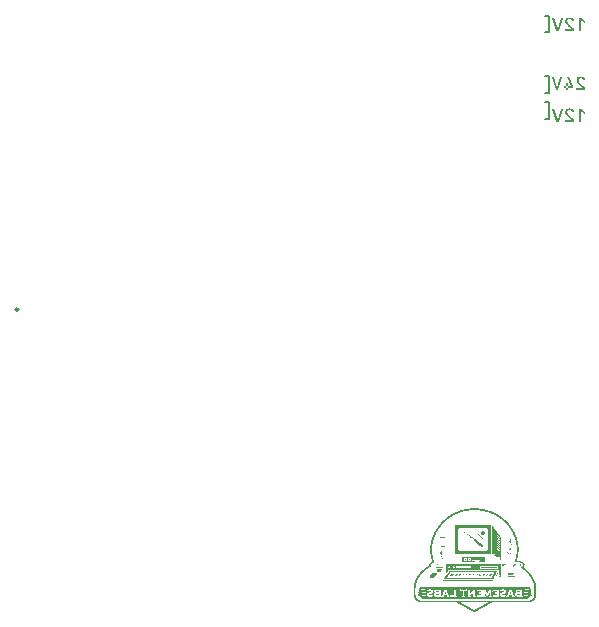
<source format=gbo>
G04*
G04 #@! TF.GenerationSoftware,Altium Limited,Altium Designer,21.9.2 (33)*
G04*
G04 Layer_Color=32896*
%FSLAX25Y25*%
%MOIN*%
G70*
G04*
G04 #@! TF.SameCoordinates,1A6DD151-CB10-4FFE-AF26-4EE6108A4869*
G04*
G04*
G04 #@! TF.FilePolarity,Positive*
G04*
G01*
G75*
%ADD12C,0.00787*%
%ADD14C,0.01000*%
G36*
X311528Y37405D02*
X312456D01*
Y37354D01*
X312971D01*
Y37302D01*
X313332D01*
Y37251D01*
X313641D01*
Y37199D01*
X313950D01*
Y37148D01*
X314207D01*
Y37096D01*
X314413D01*
Y37045D01*
X314620D01*
Y36993D01*
X314826D01*
Y36942D01*
X315083D01*
Y36890D01*
X315238D01*
Y36839D01*
X315444D01*
Y36787D01*
X315599D01*
Y36736D01*
X315753D01*
Y36684D01*
X315908D01*
Y36633D01*
X316062D01*
Y36581D01*
X316217D01*
Y36530D01*
X316320D01*
Y36478D01*
X316474D01*
Y36426D01*
X316629D01*
Y36375D01*
X316783D01*
Y36323D01*
X316886D01*
Y36272D01*
X316989D01*
Y36220D01*
X317144D01*
Y36169D01*
X317247D01*
Y36117D01*
X317350D01*
Y36066D01*
X317505D01*
Y36014D01*
X317608D01*
Y35963D01*
X317711D01*
Y35911D01*
X317814D01*
Y35860D01*
X317917D01*
Y35808D01*
X318020D01*
Y35757D01*
X318123D01*
Y35705D01*
X318226D01*
Y35654D01*
X318329D01*
Y35602D01*
X318432D01*
Y35551D01*
X318535D01*
Y35499D01*
X318587D01*
Y35448D01*
X318690D01*
Y35396D01*
X318793D01*
Y35345D01*
X318844D01*
Y35293D01*
X318947D01*
Y35242D01*
X319050D01*
Y35190D01*
X319102D01*
Y35139D01*
X319205D01*
Y35087D01*
X319256D01*
Y35035D01*
X319359D01*
Y34984D01*
X319462D01*
Y34933D01*
X319514D01*
Y34881D01*
X319617D01*
Y34830D01*
X319669D01*
Y34778D01*
X319772D01*
Y34726D01*
X319823D01*
Y34675D01*
X319875D01*
Y34623D01*
X319978D01*
Y34572D01*
X320029D01*
Y34520D01*
X320132D01*
Y34469D01*
X320184D01*
Y34417D01*
X320235D01*
Y34366D01*
X320338D01*
Y34314D01*
X320390D01*
Y34263D01*
X320441D01*
Y34211D01*
X320493D01*
Y34160D01*
X320596D01*
Y34108D01*
X320647D01*
Y34057D01*
X320699D01*
Y34005D01*
X320750D01*
Y33954D01*
X320853D01*
Y33902D01*
X320905D01*
Y33851D01*
X320956D01*
Y33799D01*
X321008D01*
Y33748D01*
X321059D01*
Y33696D01*
X321111D01*
Y33645D01*
X321163D01*
Y33593D01*
X321214D01*
Y33542D01*
X321317D01*
Y33490D01*
X321369D01*
Y33438D01*
X321420D01*
Y33387D01*
X321472D01*
Y33335D01*
X321523D01*
Y33284D01*
X321575D01*
Y33232D01*
X321626D01*
Y33181D01*
X321678D01*
Y33129D01*
X321729D01*
Y33078D01*
X321781D01*
Y33026D01*
X321832D01*
Y32975D01*
X321884D01*
Y32923D01*
X321935D01*
Y32872D01*
X321987D01*
Y32820D01*
X322038D01*
Y32769D01*
X322090D01*
Y32717D01*
X322141D01*
Y32614D01*
X322193D01*
Y32563D01*
X322245D01*
Y32511D01*
X322296D01*
Y32460D01*
X322347D01*
Y32408D01*
X322399D01*
Y32357D01*
X322451D01*
Y32305D01*
X322502D01*
Y32254D01*
X322554D01*
Y32150D01*
X322605D01*
Y32099D01*
X322657D01*
Y32047D01*
X322708D01*
Y31996D01*
X322760D01*
Y31893D01*
X322811D01*
Y31841D01*
X322863D01*
Y31790D01*
X322914D01*
Y31687D01*
X322966D01*
Y31635D01*
X323017D01*
Y31584D01*
X323069D01*
Y31532D01*
X323120D01*
Y31429D01*
X323172D01*
Y31378D01*
X323223D01*
Y31326D01*
X323275D01*
Y31223D01*
X323326D01*
Y31172D01*
X323378D01*
Y31069D01*
X323429D01*
Y31017D01*
X323481D01*
Y30914D01*
X323533D01*
Y30863D01*
X323584D01*
Y30759D01*
X323636D01*
Y30708D01*
X323687D01*
Y30605D01*
X323739D01*
Y30553D01*
X323790D01*
Y30450D01*
X323842D01*
Y30399D01*
X323893D01*
Y30296D01*
X323945D01*
Y30193D01*
X323996D01*
Y30141D01*
X324048D01*
Y30038D01*
X324099D01*
Y29935D01*
X324151D01*
Y29832D01*
X324202D01*
Y29729D01*
X324254D01*
Y29626D01*
X324305D01*
Y29574D01*
X324357D01*
Y29471D01*
X324408D01*
Y29368D01*
X324460D01*
Y29265D01*
X324511D01*
Y29162D01*
X324563D01*
Y29059D01*
X324614D01*
Y28905D01*
X324666D01*
Y28802D01*
X324717D01*
Y28699D01*
X324769D01*
Y28596D01*
X324820D01*
Y28493D01*
X324872D01*
Y28338D01*
X324923D01*
Y28235D01*
X324975D01*
Y28080D01*
X325026D01*
Y27926D01*
X325078D01*
Y27771D01*
X325130D01*
Y27617D01*
X325181D01*
Y27462D01*
X325233D01*
Y27308D01*
X325284D01*
Y27101D01*
X325336D01*
Y26947D01*
X325387D01*
Y26741D01*
X325439D01*
Y26535D01*
X325490D01*
Y26277D01*
X325542D01*
Y26020D01*
X325593D01*
Y25762D01*
X325645D01*
Y25453D01*
X325696D01*
Y25041D01*
X325748D01*
Y24474D01*
X325799D01*
Y22929D01*
X325748D01*
Y22259D01*
X325696D01*
Y21847D01*
X325645D01*
Y21486D01*
X325593D01*
Y21228D01*
X325542D01*
Y20971D01*
X325490D01*
Y20713D01*
X325439D01*
Y20559D01*
X325387D01*
Y20353D01*
X325336D01*
Y20146D01*
X325284D01*
Y19992D01*
X325954D01*
Y19940D01*
X326160D01*
Y19889D01*
X326314D01*
Y19837D01*
X326469D01*
Y19786D01*
X326572D01*
Y19734D01*
X326675D01*
Y19683D01*
X326778D01*
Y19631D01*
X326881D01*
Y19580D01*
X326984D01*
Y19528D01*
X327036D01*
Y19477D01*
X327139D01*
Y19425D01*
X327242D01*
Y19374D01*
X327293D01*
Y19322D01*
X327396D01*
Y19271D01*
X327448D01*
Y19219D01*
X327500D01*
Y19168D01*
X327551D01*
Y19116D01*
X327603D01*
Y19064D01*
X327654D01*
Y19013D01*
X327706D01*
Y18961D01*
X327757D01*
Y18858D01*
X327809D01*
Y18446D01*
X327757D01*
Y18343D01*
X327706D01*
Y18240D01*
X327654D01*
Y18137D01*
X327603D01*
Y18086D01*
X327551D01*
Y17983D01*
X327500D01*
Y17880D01*
X327448D01*
Y17828D01*
X327396D01*
Y17725D01*
X327448D01*
Y17673D01*
X327500D01*
Y17622D01*
X327603D01*
Y17570D01*
X327706D01*
Y17519D01*
X327757D01*
Y17467D01*
X327809D01*
Y17416D01*
X327912D01*
Y17364D01*
X327963D01*
Y17313D01*
X328015D01*
Y17261D01*
X328118D01*
Y17210D01*
X328169D01*
Y17158D01*
X328221D01*
Y17107D01*
X328272D01*
Y17055D01*
X328375D01*
Y17004D01*
X328427D01*
Y16952D01*
X328478D01*
Y16901D01*
X328530D01*
Y16849D01*
X328581D01*
Y16798D01*
X328633D01*
Y16746D01*
X328684D01*
Y16695D01*
X328736D01*
Y16643D01*
X328787D01*
Y16592D01*
X328839D01*
Y16540D01*
X328890D01*
Y16488D01*
X328942D01*
Y16437D01*
X328994D01*
Y16386D01*
X329045D01*
Y16334D01*
X329097D01*
Y16283D01*
X329148D01*
Y16231D01*
X329200D01*
Y16179D01*
X329251D01*
Y16128D01*
X329303D01*
Y16076D01*
X329354D01*
Y16025D01*
X329406D01*
Y15973D01*
X329457D01*
Y15870D01*
X329509D01*
Y15819D01*
X329560D01*
Y15767D01*
X329612D01*
Y15716D01*
X329663D01*
Y15664D01*
X329715D01*
Y15561D01*
X329766D01*
Y15510D01*
X329818D01*
Y15458D01*
X329869D01*
Y15355D01*
X329921D01*
Y15304D01*
X329972D01*
Y15252D01*
X330024D01*
Y15149D01*
X330075D01*
Y15098D01*
X330127D01*
Y15046D01*
X330178D01*
Y14943D01*
X330230D01*
Y14891D01*
X330281D01*
Y14788D01*
X330333D01*
Y14737D01*
X330384D01*
Y14634D01*
X330436D01*
Y14582D01*
X330488D01*
Y14479D01*
X330539D01*
Y14376D01*
X330591D01*
Y14325D01*
X330642D01*
Y14222D01*
X330694D01*
Y14119D01*
X330745D01*
Y14016D01*
X330797D01*
Y13913D01*
X330848D01*
Y13810D01*
X330900D01*
Y13706D01*
X330951D01*
Y13603D01*
X331003D01*
Y13500D01*
X331054D01*
Y13397D01*
X331106D01*
Y13243D01*
X331157D01*
Y13140D01*
X331209D01*
Y12985D01*
X331260D01*
Y12831D01*
X331312D01*
Y12676D01*
X331363D01*
Y12521D01*
X331415D01*
Y12367D01*
X331466D01*
Y12109D01*
X331518D01*
Y11852D01*
X331570D01*
Y11491D01*
X331621D01*
Y9379D01*
X331673D01*
Y8451D01*
X331621D01*
Y8039D01*
X331570D01*
Y7833D01*
X331518D01*
Y7679D01*
X331466D01*
Y7524D01*
X331415D01*
Y7421D01*
X331363D01*
Y7318D01*
X331312D01*
Y7215D01*
X331260D01*
Y7112D01*
X331209D01*
Y7061D01*
X331157D01*
Y7009D01*
X331106D01*
Y6906D01*
X331054D01*
Y6854D01*
X331003D01*
Y6803D01*
X330951D01*
Y6751D01*
X330900D01*
Y6700D01*
X330848D01*
Y6648D01*
X330745D01*
Y6597D01*
X330694D01*
Y6545D01*
X330642D01*
Y6494D01*
X330539D01*
Y6442D01*
X330488D01*
Y6391D01*
X330384D01*
Y6339D01*
X330281D01*
Y6288D01*
X330178D01*
Y6236D01*
X330024D01*
Y6185D01*
X329818D01*
Y6133D01*
X329509D01*
Y6082D01*
X328015D01*
Y6133D01*
X327448D01*
Y6082D01*
X317402D01*
Y6133D01*
X317144D01*
Y6082D01*
X317041D01*
Y6030D01*
X316938D01*
Y5979D01*
X316835D01*
Y5927D01*
X316783D01*
Y5875D01*
X316680D01*
Y5824D01*
X316577D01*
Y5773D01*
X316474D01*
Y5721D01*
X316371D01*
Y5669D01*
X316320D01*
Y5618D01*
X316217D01*
Y5566D01*
X316114D01*
Y5515D01*
X316011D01*
Y5463D01*
X315908D01*
Y5412D01*
X315805D01*
Y5360D01*
X315702D01*
Y5309D01*
X315650D01*
Y5257D01*
X315547D01*
Y5206D01*
X315444D01*
Y5154D01*
X315341D01*
Y5103D01*
X315289D01*
Y5051D01*
X315186D01*
Y5000D01*
X315083D01*
Y4948D01*
X314980D01*
Y4897D01*
X314877D01*
Y4845D01*
X314774D01*
Y4794D01*
X314671D01*
Y4742D01*
X314620D01*
Y4691D01*
X314517D01*
Y4639D01*
X314413D01*
Y4588D01*
X314311D01*
Y4536D01*
X314207D01*
Y4484D01*
X314104D01*
Y4433D01*
X314001D01*
Y4382D01*
X313950D01*
Y4330D01*
X313847D01*
Y4278D01*
X313744D01*
Y4227D01*
X313641D01*
Y4175D01*
X313538D01*
Y4124D01*
X313435D01*
Y4072D01*
X313383D01*
Y4021D01*
X313280D01*
Y3969D01*
X313177D01*
Y3918D01*
X313074D01*
Y3866D01*
X312971D01*
Y3815D01*
X312919D01*
Y3763D01*
X312816D01*
Y3712D01*
X312713D01*
Y3660D01*
X312610D01*
Y3609D01*
X312507D01*
Y3557D01*
X312404D01*
Y3506D01*
X312301D01*
Y3454D01*
X312250D01*
Y3403D01*
X312147D01*
Y3351D01*
X312044D01*
Y3300D01*
X311941D01*
Y3248D01*
X311838D01*
Y3196D01*
X311735D01*
Y3145D01*
X311683D01*
Y3094D01*
X311580D01*
Y3042D01*
X311477D01*
Y2990D01*
X311374D01*
Y2939D01*
X311271D01*
Y2887D01*
X311168D01*
Y2836D01*
X310962D01*
Y2887D01*
X310807D01*
Y2939D01*
X310756D01*
Y2990D01*
X310653D01*
Y3042D01*
X310550D01*
Y3094D01*
X310447D01*
Y3145D01*
X310344D01*
Y3196D01*
X310292D01*
Y3248D01*
X310189D01*
Y3300D01*
X310086D01*
Y3351D01*
X309983D01*
Y3403D01*
X309880D01*
Y3454D01*
X309777D01*
Y3506D01*
X309725D01*
Y3557D01*
X309622D01*
Y3609D01*
X309519D01*
Y3660D01*
X309416D01*
Y3712D01*
X309313D01*
Y3763D01*
X309210D01*
Y3815D01*
X309107D01*
Y3866D01*
X309055D01*
Y3918D01*
X308952D01*
Y3969D01*
X308849D01*
Y4021D01*
X308746D01*
Y4072D01*
X308643D01*
Y4124D01*
X308540D01*
Y4175D01*
X308489D01*
Y4227D01*
X308386D01*
Y4278D01*
X308283D01*
Y4330D01*
X308180D01*
Y4382D01*
X308077D01*
Y4433D01*
X307974D01*
Y4484D01*
X307922D01*
Y4536D01*
X307819D01*
Y4588D01*
X307716D01*
Y4639D01*
X307613D01*
Y4691D01*
X307561D01*
Y4742D01*
X307458D01*
Y4794D01*
X307355D01*
Y4845D01*
X307252D01*
Y4897D01*
X307149D01*
Y4948D01*
X307046D01*
Y5000D01*
X306995D01*
Y5051D01*
X306892D01*
Y5103D01*
X306789D01*
Y5154D01*
X306686D01*
Y5206D01*
X306583D01*
Y5257D01*
X306480D01*
Y5309D01*
X306377D01*
Y5360D01*
X306325D01*
Y5412D01*
X306222D01*
Y5463D01*
X306119D01*
Y5515D01*
X306016D01*
Y5566D01*
X305964D01*
Y5618D01*
X305861D01*
Y5669D01*
X305758D01*
Y5721D01*
X305655D01*
Y5773D01*
X305604D01*
Y5824D01*
X305501D01*
Y5875D01*
X305398D01*
Y5927D01*
X305295D01*
Y5979D01*
X305191D01*
Y6030D01*
X305140D01*
Y6082D01*
X295712D01*
Y6133D01*
X293960D01*
Y6082D01*
X293085D01*
Y6133D01*
X292724D01*
Y6185D01*
X292518D01*
Y6236D01*
X292415D01*
Y6288D01*
X292260D01*
Y6339D01*
X292157D01*
Y6391D01*
X292054D01*
Y6442D01*
X292003D01*
Y6494D01*
X291899D01*
Y6545D01*
X291848D01*
Y6597D01*
X291745D01*
Y6648D01*
X291693D01*
Y6700D01*
X291642D01*
Y6751D01*
X291590D01*
Y6803D01*
X291539D01*
Y6854D01*
X291487D01*
Y6906D01*
X291436D01*
Y6957D01*
X291384D01*
Y7061D01*
X291333D01*
Y7112D01*
X291281D01*
Y7164D01*
X291230D01*
Y7266D01*
X291178D01*
Y7370D01*
X291127D01*
Y7473D01*
X291075D01*
Y7627D01*
X291024D01*
Y7730D01*
X290972D01*
Y7936D01*
X290921D01*
Y8194D01*
X290869D01*
Y11285D01*
X290921D01*
Y11646D01*
X290972D01*
Y11955D01*
X291024D01*
Y12212D01*
X291075D01*
Y12470D01*
X291127D01*
Y12676D01*
X291178D01*
Y12831D01*
X291230D01*
Y12985D01*
X291281D01*
Y13088D01*
X291333D01*
Y13243D01*
X291384D01*
Y13346D01*
X291436D01*
Y13500D01*
X291487D01*
Y13603D01*
X291539D01*
Y13706D01*
X291590D01*
Y13810D01*
X291642D01*
Y13913D01*
X291693D01*
Y14016D01*
X291745D01*
Y14119D01*
X291796D01*
Y14222D01*
X291848D01*
Y14325D01*
X291899D01*
Y14376D01*
X291951D01*
Y14479D01*
X292003D01*
Y14582D01*
X292054D01*
Y14685D01*
X292106D01*
Y14737D01*
X292157D01*
Y14788D01*
X292209D01*
Y14891D01*
X292260D01*
Y14943D01*
X292312D01*
Y15046D01*
X292363D01*
Y15098D01*
X292415D01*
Y15201D01*
X292466D01*
Y15252D01*
X292518D01*
Y15304D01*
X292569D01*
Y15407D01*
X292621D01*
Y15458D01*
X292672D01*
Y15510D01*
X292724D01*
Y15613D01*
X292775D01*
Y15664D01*
X292827D01*
Y15716D01*
X292878D01*
Y15767D01*
X292930D01*
Y15870D01*
X292981D01*
Y15922D01*
X293033D01*
Y15973D01*
X293085D01*
Y16025D01*
X293136D01*
Y16076D01*
X293187D01*
Y16128D01*
X293239D01*
Y16179D01*
X293290D01*
Y16231D01*
X293342D01*
Y16283D01*
X293394D01*
Y16334D01*
X293445D01*
Y16386D01*
X293497D01*
Y16437D01*
X293548D01*
Y16540D01*
X293600D01*
Y16592D01*
X293651D01*
Y16643D01*
X293703D01*
Y16695D01*
X293806D01*
Y16746D01*
X293857D01*
Y16798D01*
X293909D01*
Y16849D01*
X293960D01*
Y16901D01*
X294012D01*
Y16952D01*
X294063D01*
Y17004D01*
X294115D01*
Y17055D01*
X294166D01*
Y17107D01*
X294269D01*
Y17158D01*
X294321D01*
Y17210D01*
X294373D01*
Y17261D01*
X294424D01*
Y17313D01*
X294527D01*
Y17364D01*
X294579D01*
Y17416D01*
X294630D01*
Y17467D01*
X294733D01*
Y17519D01*
X294785D01*
Y17570D01*
X294836D01*
Y17622D01*
X294939D01*
Y17673D01*
X294991D01*
Y17725D01*
X295094D01*
Y17776D01*
X295145D01*
Y17828D01*
X295197D01*
Y17880D01*
X295300D01*
Y17931D01*
X295351D01*
Y17983D01*
X295454D01*
Y18034D01*
X295506D01*
Y18086D01*
X295609D01*
Y18137D01*
X295712D01*
Y18189D01*
X295763D01*
Y18240D01*
X295866D01*
Y18292D01*
X295918D01*
Y18498D01*
X295970D01*
Y18601D01*
X296021D01*
Y18704D01*
X296073D01*
Y18807D01*
X296124D01*
Y18910D01*
X296176D01*
Y18961D01*
X296227D01*
Y19064D01*
X296279D01*
Y19116D01*
X296330D01*
Y19168D01*
X296382D01*
Y19219D01*
X296433D01*
Y19271D01*
X296485D01*
Y19322D01*
X296536D01*
Y19374D01*
X296588D01*
Y19425D01*
X296639D01*
Y19477D01*
X296691D01*
Y19528D01*
X296794D01*
Y19580D01*
X296845D01*
Y19631D01*
X296897D01*
Y19683D01*
X297000D01*
Y19786D01*
X296948D01*
Y19940D01*
X296897D01*
Y20095D01*
X296845D01*
Y20301D01*
X296794D01*
Y20507D01*
X296742D01*
Y20765D01*
X296691D01*
Y20919D01*
X296639D01*
Y21228D01*
X296588D01*
Y21486D01*
X296536D01*
Y21795D01*
X296485D01*
Y22156D01*
X296433D01*
Y22825D01*
X296382D01*
Y24422D01*
X296433D01*
Y25092D01*
X296485D01*
Y25453D01*
X296536D01*
Y25762D01*
X296588D01*
Y26020D01*
X296639D01*
Y26277D01*
X296691D01*
Y26483D01*
X296742D01*
Y26689D01*
X296794D01*
Y26895D01*
X296845D01*
Y27101D01*
X296897D01*
Y27256D01*
X296948D01*
Y27411D01*
X297000D01*
Y27565D01*
X297052D01*
Y27720D01*
X297103D01*
Y27874D01*
X297154D01*
Y28029D01*
X297206D01*
Y28132D01*
X297257D01*
Y28286D01*
X297309D01*
Y28389D01*
X297361D01*
Y28544D01*
X297412D01*
Y28647D01*
X297464D01*
Y28750D01*
X297515D01*
Y28853D01*
X297567D01*
Y29008D01*
X297618D01*
Y29111D01*
X297670D01*
Y29214D01*
X297721D01*
Y29317D01*
X297773D01*
Y29420D01*
X297824D01*
Y29523D01*
X297876D01*
Y29574D01*
X297927D01*
Y29678D01*
X297979D01*
Y29781D01*
X298030D01*
Y29884D01*
X298082D01*
Y29987D01*
X298133D01*
Y30038D01*
X298185D01*
Y30141D01*
X298236D01*
Y30244D01*
X298288D01*
Y30347D01*
X298340D01*
Y30399D01*
X298391D01*
Y30502D01*
X298443D01*
Y30553D01*
X298494D01*
Y30656D01*
X298546D01*
Y30708D01*
X298597D01*
Y30811D01*
X298649D01*
Y30863D01*
X298700D01*
Y30966D01*
X298752D01*
Y31017D01*
X298803D01*
Y31120D01*
X298855D01*
Y31172D01*
X298906D01*
Y31275D01*
X298958D01*
Y31326D01*
X299009D01*
Y31378D01*
X299061D01*
Y31481D01*
X299112D01*
Y31532D01*
X299164D01*
Y31584D01*
X299215D01*
Y31687D01*
X299267D01*
Y31738D01*
X299318D01*
Y31790D01*
X299370D01*
Y31893D01*
X299421D01*
Y31944D01*
X299473D01*
Y31996D01*
X299524D01*
Y32047D01*
X299576D01*
Y32099D01*
X299627D01*
Y32202D01*
X299679D01*
Y32254D01*
X299730D01*
Y32305D01*
X299782D01*
Y32357D01*
X299833D01*
Y32408D01*
X299885D01*
Y32460D01*
X299937D01*
Y32563D01*
X299988D01*
Y32614D01*
X300040D01*
Y32666D01*
X300091D01*
Y32717D01*
X300143D01*
Y32769D01*
X300194D01*
Y32820D01*
X300246D01*
Y32872D01*
X300297D01*
Y32923D01*
X300349D01*
Y32975D01*
X300400D01*
Y33026D01*
X300452D01*
Y33078D01*
X300503D01*
Y33129D01*
X300555D01*
Y33181D01*
X300606D01*
Y33232D01*
X300658D01*
Y33284D01*
X300709D01*
Y33335D01*
X300761D01*
Y33387D01*
X300812D01*
Y33438D01*
X300864D01*
Y33490D01*
X300915D01*
Y33542D01*
X300967D01*
Y33593D01*
X301019D01*
Y33645D01*
X301121D01*
Y33696D01*
X301173D01*
Y33748D01*
X301224D01*
Y33799D01*
X301276D01*
Y33851D01*
X301328D01*
Y33902D01*
X301431D01*
Y33954D01*
X301482D01*
Y34005D01*
X301534D01*
Y34057D01*
X301585D01*
Y34108D01*
X301637D01*
Y34160D01*
X301740D01*
Y34211D01*
X301791D01*
Y34263D01*
X301843D01*
Y34314D01*
X301894D01*
Y34366D01*
X301997D01*
Y34417D01*
X302049D01*
Y34469D01*
X302100D01*
Y34520D01*
X302203D01*
Y34572D01*
X302255D01*
Y34623D01*
X302307D01*
Y34675D01*
X302410D01*
Y34726D01*
X302461D01*
Y34778D01*
X302564D01*
Y34830D01*
X302667D01*
Y34881D01*
X302719D01*
Y34933D01*
X302770D01*
Y34984D01*
X302873D01*
Y35035D01*
X302925D01*
Y35087D01*
X303028D01*
Y35139D01*
X303131D01*
Y35190D01*
X303182D01*
Y35242D01*
X303285D01*
Y35293D01*
X303388D01*
Y35345D01*
X303440D01*
Y35396D01*
X303543D01*
Y35448D01*
X303646D01*
Y35499D01*
X303749D01*
Y35551D01*
X303801D01*
Y35602D01*
X303904D01*
Y35654D01*
X304007D01*
Y35705D01*
X304110D01*
Y35757D01*
X304213D01*
Y35808D01*
X304316D01*
Y35860D01*
X304419D01*
Y35911D01*
X304522D01*
Y35963D01*
X304625D01*
Y36014D01*
X304728D01*
Y36066D01*
X304831D01*
Y36117D01*
X304985D01*
Y36169D01*
X305088D01*
Y36220D01*
X305191D01*
Y36272D01*
X305346D01*
Y36323D01*
X305449D01*
Y36375D01*
X305604D01*
Y36426D01*
X305707D01*
Y36478D01*
X305861D01*
Y36530D01*
X306016D01*
Y36581D01*
X306170D01*
Y36633D01*
X306325D01*
Y36684D01*
X306428D01*
Y36736D01*
X306583D01*
Y36787D01*
X306789D01*
Y36839D01*
X306943D01*
Y36890D01*
X307149D01*
Y36942D01*
X307304D01*
Y36993D01*
X307561D01*
Y37045D01*
X307768D01*
Y37096D01*
X307974D01*
Y37148D01*
X308231D01*
Y37199D01*
X308540D01*
Y37251D01*
X308849D01*
Y37302D01*
X309210D01*
Y37354D01*
X309674D01*
Y37405D01*
X310498D01*
Y37457D01*
X311528D01*
Y37405D01*
D02*
G37*
G36*
X346743Y181325D02*
X346830Y181318D01*
X346910Y181314D01*
X346983Y181303D01*
X347052Y181296D01*
X347118Y181285D01*
X347172Y181278D01*
X347223Y181267D01*
X347267Y181256D01*
X347307Y181249D01*
X347336Y181242D01*
X347362Y181234D01*
X347380Y181227D01*
X347391Y181223D01*
X347394D01*
X347449Y181202D01*
X347500Y181176D01*
X347551Y181151D01*
X347595Y181122D01*
X347671Y181063D01*
X347737Y181005D01*
X347788Y180950D01*
X347820Y180907D01*
X347835Y180892D01*
X347842Y180878D01*
X347846Y180870D01*
X347849Y180867D01*
X347875Y180816D01*
X347901Y180761D01*
X347922Y180703D01*
X347940Y180641D01*
X347973Y180514D01*
X347995Y180390D01*
X348006Y180332D01*
X348013Y180277D01*
X348021Y180226D01*
X348028Y180182D01*
X348031Y180150D01*
Y180121D01*
X348035Y180106D01*
Y180099D01*
X347340D01*
X347333Y180150D01*
X347325Y180197D01*
X347318Y180241D01*
X347311Y180281D01*
X347293Y180350D01*
X347274Y180404D01*
X347260Y180448D01*
X347245Y180477D01*
X347238Y180495D01*
X347234Y180499D01*
X347205Y180539D01*
X347169Y180576D01*
X347129Y180601D01*
X347092Y180626D01*
X347060Y180641D01*
X347030Y180656D01*
X347012Y180659D01*
X347005Y180663D01*
X346939Y180681D01*
X346867Y180692D01*
X346790Y180703D01*
X346718Y180707D01*
X346652Y180710D01*
X346623Y180714D01*
X346550D01*
X346441Y180710D01*
X346350Y180707D01*
X346270Y180696D01*
X346204Y180685D01*
X346153Y180674D01*
X346117Y180666D01*
X346102Y180663D01*
X346095Y180659D01*
X346088Y180656D01*
X346033Y180630D01*
X345986Y180601D01*
X345946Y180568D01*
X345913Y180535D01*
X345891Y180506D01*
X345873Y180481D01*
X345866Y180466D01*
X345862Y180459D01*
X345840Y180401D01*
X345826Y180339D01*
X345811Y180270D01*
X345804Y180204D01*
X345800Y180146D01*
Y180121D01*
X345796Y180099D01*
Y180080D01*
Y180066D01*
Y180059D01*
Y180055D01*
X345800Y179993D01*
X345804Y179935D01*
X345811Y179884D01*
X345822Y179840D01*
X345833Y179804D01*
X345840Y179778D01*
X345844Y179764D01*
X345848Y179756D01*
X345869Y179709D01*
X345895Y179658D01*
X345928Y179611D01*
X345957Y179567D01*
X345986Y179527D01*
X346011Y179498D01*
X346026Y179476D01*
X346033Y179472D01*
Y179469D01*
X346135Y179345D01*
X346244Y179221D01*
X346354Y179105D01*
X346404Y179050D01*
X346455Y178999D01*
X346503Y178952D01*
X346546Y178908D01*
X346586Y178868D01*
X346619Y178835D01*
X346648Y178810D01*
X346667Y178792D01*
X346681Y178777D01*
X346685Y178774D01*
X346765Y178701D01*
X346852Y178621D01*
X346947Y178537D01*
X347049Y178450D01*
X347256Y178264D01*
X347362Y178173D01*
X347460Y178086D01*
X347558Y178002D01*
X347649Y177926D01*
X347729Y177853D01*
X347802Y177791D01*
X347860Y177740D01*
X347886Y177722D01*
X347908Y177703D01*
X347922Y177689D01*
X347933Y177678D01*
X347940Y177674D01*
X347944Y177671D01*
Y176772D01*
X345025D01*
Y177412D01*
X347237D01*
X347151Y177489D01*
X347063Y177561D01*
X346979Y177638D01*
X346900Y177707D01*
X346827Y177776D01*
X346758Y177838D01*
X346692Y177900D01*
X346630Y177955D01*
X346579Y178006D01*
X346528Y178049D01*
X346488Y178089D01*
X346455Y178122D01*
X346426Y178148D01*
X346404Y178169D01*
X346393Y178180D01*
X346390Y178184D01*
X346252Y178322D01*
X346117Y178461D01*
X345986Y178599D01*
X345924Y178661D01*
X345866Y178723D01*
X345815Y178781D01*
X345767Y178835D01*
X345724Y178883D01*
X345687Y178923D01*
X345658Y178956D01*
X345636Y178978D01*
X345622Y178996D01*
X345618Y178999D01*
X345564Y179054D01*
X345513Y179109D01*
X345469Y179159D01*
X345425Y179207D01*
X345389Y179251D01*
X345356Y179294D01*
X345327Y179334D01*
X345302Y179371D01*
X345283Y179403D01*
X345265Y179432D01*
X345251Y179458D01*
X345236Y179476D01*
X345229Y179494D01*
X345221Y179505D01*
X345218Y179513D01*
Y179516D01*
X345185Y179600D01*
X345160Y179691D01*
X345145Y179778D01*
X345130Y179862D01*
X345127Y179898D01*
X345123Y179931D01*
Y179964D01*
X345120Y179989D01*
Y180011D01*
Y180026D01*
Y180037D01*
Y180040D01*
Y180131D01*
X345127Y180215D01*
X345130Y180295D01*
X345141Y180372D01*
X345149Y180441D01*
X345160Y180503D01*
X345174Y180561D01*
X345185Y180615D01*
X345196Y180659D01*
X345211Y180699D01*
X345221Y180736D01*
X345229Y180765D01*
X345240Y180787D01*
X345243Y180801D01*
X345251Y180812D01*
Y180816D01*
X345276Y180867D01*
X345309Y180914D01*
X345341Y180958D01*
X345374Y180998D01*
X345447Y181063D01*
X345520Y181118D01*
X345589Y181161D01*
X345618Y181176D01*
X345644Y181191D01*
X345666Y181202D01*
X345680Y181209D01*
X345691Y181212D01*
X345695D01*
X345757Y181234D01*
X345822Y181253D01*
X345960Y181282D01*
X346102Y181300D01*
X346241Y181314D01*
X346303Y181318D01*
X346364Y181322D01*
X346415Y181325D01*
X346463Y181329D01*
X346652D01*
X346743Y181325D01*
D02*
G37*
G36*
X342295Y178209D02*
X341647D01*
Y177591D01*
X341032D01*
Y178209D01*
X341647D01*
Y179276D01*
X342295D01*
Y178209D01*
D02*
G37*
G36*
X339055Y176772D02*
X338233D01*
X336893Y181267D01*
X337559D01*
X338644Y177581D01*
X339729Y181267D01*
X340395D01*
X339055Y176772D01*
D02*
G37*
G36*
X344053Y178300D02*
Y177591D01*
X342295D01*
Y176772D01*
X341647D01*
Y177591D01*
X342295D01*
Y178209D01*
X343372D01*
Y178271D01*
X341887Y181329D01*
X342579D01*
X344053Y178300D01*
D02*
G37*
G36*
X343019Y170695D02*
X343107Y170688D01*
X343187Y170684D01*
X343260Y170674D01*
X343329Y170666D01*
X343394Y170655D01*
X343449Y170648D01*
X343500Y170637D01*
X343543Y170626D01*
X343583Y170619D01*
X343613Y170612D01*
X343638Y170604D01*
X343656Y170597D01*
X343667Y170594D01*
X343671D01*
X343725Y170572D01*
X343776Y170546D01*
X343827Y170521D01*
X343871Y170492D01*
X343947Y170433D01*
X344013Y170375D01*
X344064Y170320D01*
X344097Y170277D01*
X344111Y170262D01*
X344118Y170248D01*
X344122Y170240D01*
X344126Y170237D01*
X344151Y170186D01*
X344177Y170131D01*
X344199Y170073D01*
X344217Y170011D01*
X344250Y169884D01*
X344271Y169760D01*
X344282Y169702D01*
X344290Y169647D01*
X344297Y169596D01*
X344304Y169552D01*
X344308Y169520D01*
Y169491D01*
X344311Y169476D01*
Y169469D01*
X343616D01*
X343609Y169520D01*
X343602Y169567D01*
X343594Y169611D01*
X343587Y169651D01*
X343569Y169720D01*
X343551Y169774D01*
X343536Y169818D01*
X343521Y169847D01*
X343514Y169866D01*
X343511Y169869D01*
X343481Y169909D01*
X343445Y169946D01*
X343405Y169971D01*
X343369Y169997D01*
X343336Y170011D01*
X343307Y170026D01*
X343289Y170029D01*
X343281Y170033D01*
X343216Y170051D01*
X343143Y170062D01*
X343067Y170073D01*
X342994Y170077D01*
X342928Y170080D01*
X342899Y170084D01*
X342826D01*
X342717Y170080D01*
X342626Y170077D01*
X342546Y170066D01*
X342480Y170055D01*
X342429Y170044D01*
X342393Y170036D01*
X342379Y170033D01*
X342371Y170029D01*
X342364Y170026D01*
X342309Y170000D01*
X342262Y169971D01*
X342222Y169938D01*
X342189Y169905D01*
X342167Y169876D01*
X342149Y169851D01*
X342142Y169836D01*
X342138Y169829D01*
X342116Y169771D01*
X342102Y169709D01*
X342087Y169640D01*
X342080Y169574D01*
X342076Y169516D01*
Y169491D01*
X342073Y169469D01*
Y169450D01*
Y169436D01*
Y169429D01*
Y169425D01*
X342076Y169363D01*
X342080Y169305D01*
X342087Y169254D01*
X342098Y169210D01*
X342109Y169174D01*
X342116Y169148D01*
X342120Y169134D01*
X342124Y169126D01*
X342146Y169079D01*
X342171Y169028D01*
X342204Y168981D01*
X342233Y168937D01*
X342262Y168897D01*
X342288Y168868D01*
X342302Y168846D01*
X342309Y168843D01*
Y168839D01*
X342411Y168715D01*
X342520Y168591D01*
X342630Y168475D01*
X342681Y168420D01*
X342732Y168369D01*
X342779Y168322D01*
X342823Y168278D01*
X342863Y168238D01*
X342896Y168206D01*
X342925Y168180D01*
X342943Y168162D01*
X342957Y168147D01*
X342961Y168144D01*
X343041Y168071D01*
X343128Y167991D01*
X343223Y167907D01*
X343325Y167820D01*
X343532Y167634D01*
X343638Y167543D01*
X343736Y167456D01*
X343835Y167372D01*
X343926Y167296D01*
X344006Y167223D01*
X344078Y167161D01*
X344137Y167110D01*
X344162Y167092D01*
X344184Y167074D01*
X344199Y167059D01*
X344210Y167048D01*
X344217Y167044D01*
X344220Y167041D01*
Y166142D01*
X341301D01*
Y166782D01*
X343514D01*
X343427Y166859D01*
X343339Y166932D01*
X343256Y167008D01*
X343176Y167077D01*
X343103Y167146D01*
X343034Y167208D01*
X342968Y167270D01*
X342906Y167325D01*
X342855Y167376D01*
X342805Y167419D01*
X342764Y167459D01*
X342732Y167492D01*
X342703Y167518D01*
X342681Y167540D01*
X342670Y167550D01*
X342666Y167554D01*
X342528Y167692D01*
X342393Y167831D01*
X342262Y167969D01*
X342200Y168031D01*
X342142Y168093D01*
X342091Y168151D01*
X342044Y168206D01*
X342000Y168253D01*
X341964Y168293D01*
X341934Y168326D01*
X341913Y168348D01*
X341898Y168366D01*
X341895Y168369D01*
X341840Y168424D01*
X341789Y168479D01*
X341745Y168530D01*
X341702Y168577D01*
X341665Y168621D01*
X341632Y168664D01*
X341603Y168704D01*
X341578Y168741D01*
X341560Y168773D01*
X341541Y168803D01*
X341527Y168828D01*
X341512Y168846D01*
X341505Y168865D01*
X341498Y168875D01*
X341494Y168883D01*
Y168886D01*
X341461Y168970D01*
X341436Y169061D01*
X341421Y169148D01*
X341407Y169232D01*
X341403Y169269D01*
X341399Y169301D01*
Y169334D01*
X341396Y169360D01*
Y169381D01*
Y169396D01*
Y169407D01*
Y169410D01*
Y169501D01*
X341403Y169585D01*
X341407Y169665D01*
X341418Y169742D01*
X341425Y169811D01*
X341436Y169873D01*
X341450Y169931D01*
X341461Y169986D01*
X341472Y170029D01*
X341487Y170069D01*
X341498Y170106D01*
X341505Y170135D01*
X341516Y170157D01*
X341519Y170171D01*
X341527Y170182D01*
Y170186D01*
X341552Y170237D01*
X341585Y170284D01*
X341618Y170328D01*
X341651Y170368D01*
X341723Y170433D01*
X341796Y170488D01*
X341865Y170532D01*
X341895Y170546D01*
X341920Y170561D01*
X341942Y170572D01*
X341956Y170579D01*
X341967Y170582D01*
X341971D01*
X342033Y170604D01*
X342098Y170623D01*
X342237Y170652D01*
X342379Y170670D01*
X342517Y170684D01*
X342579Y170688D01*
X342641Y170692D01*
X342692Y170695D01*
X342739Y170699D01*
X342928D01*
X343019Y170695D01*
D02*
G37*
G36*
X348031Y169665D02*
Y168966D01*
X346983Y169578D01*
X346615Y169886D01*
X346652Y169345D01*
Y166142D01*
X345982D01*
Y170637D01*
X346685D01*
X348031Y169665D01*
D02*
G37*
G36*
X339266Y166142D02*
X338444D01*
X337104Y170637D01*
X337770D01*
X338855Y166951D01*
X339940Y170637D01*
X340606D01*
X339266Y166142D01*
D02*
G37*
G36*
X343019Y201010D02*
X343107Y201003D01*
X343187Y200999D01*
X343260Y200989D01*
X343329Y200981D01*
X343394Y200970D01*
X343449Y200963D01*
X343500Y200952D01*
X343543Y200941D01*
X343583Y200934D01*
X343613Y200927D01*
X343638Y200919D01*
X343656Y200912D01*
X343667Y200908D01*
X343671D01*
X343725Y200887D01*
X343776Y200861D01*
X343827Y200836D01*
X343871Y200806D01*
X343947Y200748D01*
X344013Y200690D01*
X344064Y200635D01*
X344097Y200592D01*
X344111Y200577D01*
X344118Y200563D01*
X344122Y200555D01*
X344126Y200552D01*
X344151Y200501D01*
X344177Y200446D01*
X344199Y200388D01*
X344217Y200326D01*
X344250Y200199D01*
X344271Y200075D01*
X344282Y200017D01*
X344290Y199962D01*
X344297Y199911D01*
X344304Y199867D01*
X344308Y199835D01*
Y199805D01*
X344311Y199791D01*
Y199784D01*
X343616D01*
X343609Y199835D01*
X343602Y199882D01*
X343594Y199926D01*
X343587Y199966D01*
X343569Y200035D01*
X343551Y200089D01*
X343536Y200133D01*
X343521Y200162D01*
X343514Y200180D01*
X343511Y200184D01*
X343481Y200224D01*
X343445Y200260D01*
X343405Y200286D01*
X343369Y200311D01*
X343336Y200326D01*
X343307Y200341D01*
X343289Y200344D01*
X343281Y200348D01*
X343216Y200366D01*
X343143Y200377D01*
X343067Y200388D01*
X342994Y200392D01*
X342928Y200395D01*
X342899Y200399D01*
X342826D01*
X342717Y200395D01*
X342626Y200392D01*
X342546Y200381D01*
X342480Y200370D01*
X342429Y200359D01*
X342393Y200352D01*
X342379Y200348D01*
X342371Y200344D01*
X342364Y200341D01*
X342309Y200315D01*
X342262Y200286D01*
X342222Y200253D01*
X342189Y200220D01*
X342167Y200191D01*
X342149Y200166D01*
X342142Y200151D01*
X342138Y200144D01*
X342116Y200086D01*
X342102Y200024D01*
X342087Y199955D01*
X342080Y199889D01*
X342076Y199831D01*
Y199805D01*
X342073Y199784D01*
Y199766D01*
Y199751D01*
Y199744D01*
Y199740D01*
X342076Y199678D01*
X342080Y199620D01*
X342087Y199569D01*
X342098Y199525D01*
X342109Y199489D01*
X342116Y199463D01*
X342120Y199449D01*
X342124Y199442D01*
X342146Y199394D01*
X342171Y199343D01*
X342204Y199296D01*
X342233Y199252D01*
X342262Y199212D01*
X342288Y199183D01*
X342302Y199161D01*
X342309Y199158D01*
Y199154D01*
X342411Y199030D01*
X342520Y198906D01*
X342630Y198790D01*
X342681Y198735D01*
X342732Y198684D01*
X342779Y198637D01*
X342823Y198593D01*
X342863Y198553D01*
X342896Y198521D01*
X342925Y198495D01*
X342943Y198477D01*
X342957Y198462D01*
X342961Y198459D01*
X343041Y198386D01*
X343128Y198306D01*
X343223Y198222D01*
X343325Y198135D01*
X343532Y197949D01*
X343638Y197858D01*
X343736Y197771D01*
X343835Y197687D01*
X343926Y197611D01*
X344006Y197538D01*
X344078Y197476D01*
X344137Y197425D01*
X344162Y197407D01*
X344184Y197389D01*
X344199Y197374D01*
X344210Y197363D01*
X344217Y197359D01*
X344220Y197356D01*
Y196457D01*
X341301D01*
Y197097D01*
X343514D01*
X343427Y197174D01*
X343339Y197247D01*
X343256Y197323D01*
X343176Y197392D01*
X343103Y197461D01*
X343034Y197523D01*
X342968Y197585D01*
X342906Y197640D01*
X342855Y197691D01*
X342805Y197734D01*
X342764Y197774D01*
X342732Y197807D01*
X342703Y197833D01*
X342681Y197854D01*
X342670Y197865D01*
X342666Y197869D01*
X342528Y198007D01*
X342393Y198146D01*
X342262Y198284D01*
X342200Y198346D01*
X342142Y198408D01*
X342091Y198466D01*
X342044Y198521D01*
X342000Y198568D01*
X341964Y198608D01*
X341934Y198641D01*
X341913Y198662D01*
X341898Y198681D01*
X341895Y198684D01*
X341840Y198739D01*
X341789Y198794D01*
X341745Y198845D01*
X341702Y198892D01*
X341665Y198935D01*
X341632Y198979D01*
X341603Y199019D01*
X341578Y199056D01*
X341560Y199088D01*
X341541Y199118D01*
X341527Y199143D01*
X341512Y199161D01*
X341505Y199179D01*
X341498Y199190D01*
X341494Y199198D01*
Y199201D01*
X341461Y199285D01*
X341436Y199376D01*
X341421Y199463D01*
X341407Y199547D01*
X341403Y199583D01*
X341399Y199616D01*
Y199649D01*
X341396Y199674D01*
Y199696D01*
Y199711D01*
Y199722D01*
Y199725D01*
Y199816D01*
X341403Y199900D01*
X341407Y199980D01*
X341418Y200057D01*
X341425Y200126D01*
X341436Y200188D01*
X341450Y200246D01*
X341461Y200301D01*
X341472Y200344D01*
X341487Y200384D01*
X341498Y200421D01*
X341505Y200450D01*
X341516Y200472D01*
X341519Y200486D01*
X341527Y200497D01*
Y200501D01*
X341552Y200552D01*
X341585Y200599D01*
X341618Y200643D01*
X341651Y200683D01*
X341723Y200748D01*
X341796Y200803D01*
X341865Y200847D01*
X341895Y200861D01*
X341920Y200876D01*
X341942Y200887D01*
X341956Y200894D01*
X341967Y200898D01*
X341971D01*
X342033Y200919D01*
X342098Y200938D01*
X342237Y200967D01*
X342379Y200985D01*
X342517Y200999D01*
X342579Y201003D01*
X342641Y201007D01*
X342692Y201010D01*
X342739Y201014D01*
X342928D01*
X343019Y201010D01*
D02*
G37*
G36*
X348031Y199980D02*
Y199281D01*
X346983Y199893D01*
X346615Y200201D01*
X346652Y199660D01*
Y196457D01*
X345982D01*
Y200952D01*
X346685D01*
X348031Y199980D01*
D02*
G37*
G36*
X339266Y196457D02*
X338444D01*
X337104Y200952D01*
X337770D01*
X338855Y197266D01*
X339940Y200952D01*
X340606D01*
X339266Y196457D01*
D02*
G37*
%LPC*%
G36*
X311528Y36839D02*
X310550D01*
Y36787D01*
X309725D01*
Y36736D01*
X309262D01*
Y36684D01*
X308901D01*
Y36633D01*
X308592D01*
Y36581D01*
X308283D01*
Y36530D01*
X308077D01*
Y36478D01*
X307819D01*
Y36426D01*
X307613D01*
Y36375D01*
X307407D01*
Y36323D01*
X307201D01*
Y36272D01*
X307046D01*
Y36220D01*
X306892D01*
Y36169D01*
X306686D01*
Y36117D01*
X306531D01*
Y36066D01*
X306428D01*
Y36014D01*
X306274D01*
Y35963D01*
X306067D01*
Y35911D01*
X305964D01*
Y35860D01*
X305810D01*
Y35808D01*
X305707D01*
Y35757D01*
X305552D01*
Y35705D01*
X305449D01*
Y35654D01*
X305346D01*
Y35602D01*
X305191D01*
Y35551D01*
X305088D01*
Y35499D01*
X304985D01*
Y35448D01*
X304831D01*
Y35396D01*
X304779D01*
Y35345D01*
X304625D01*
Y35293D01*
X304573D01*
Y35242D01*
X304470D01*
Y35190D01*
X304367D01*
Y35139D01*
X304264D01*
Y35087D01*
X304161D01*
Y35035D01*
X304058D01*
Y34984D01*
X303955D01*
Y34933D01*
X303904D01*
Y34881D01*
X303801D01*
Y34830D01*
X303697D01*
Y34778D01*
X303646D01*
Y34726D01*
X303543D01*
Y34675D01*
X303440D01*
Y34623D01*
X303388D01*
Y34572D01*
X303285D01*
Y34520D01*
X303234D01*
Y34469D01*
X303131D01*
Y34417D01*
X303079D01*
Y34366D01*
X302976D01*
Y34314D01*
X302925D01*
Y34263D01*
X302822D01*
Y34211D01*
X302770D01*
Y34160D01*
X302667D01*
Y34108D01*
X302616D01*
Y34057D01*
X302564D01*
Y34005D01*
X302461D01*
Y33954D01*
X302410D01*
Y33902D01*
X302307D01*
Y33851D01*
X302255D01*
Y33799D01*
X302203D01*
Y33748D01*
X302100D01*
Y33696D01*
X302049D01*
Y33645D01*
X301997D01*
Y33593D01*
X301946D01*
Y33542D01*
X301894D01*
Y33490D01*
X301791D01*
Y33438D01*
X301740D01*
Y33387D01*
X301688D01*
Y33335D01*
X301637D01*
Y33284D01*
X301585D01*
Y33232D01*
X301534D01*
Y33181D01*
X301431D01*
Y33129D01*
X301379D01*
Y33078D01*
X301328D01*
Y33026D01*
X301276D01*
Y32975D01*
X301224D01*
Y32923D01*
X301173D01*
Y32872D01*
X301121D01*
Y32820D01*
X301070D01*
Y32769D01*
X301019D01*
Y32717D01*
X300967D01*
Y32666D01*
X300915D01*
Y32614D01*
X300864D01*
Y32563D01*
X300812D01*
Y32511D01*
X300761D01*
Y32460D01*
X300709D01*
Y32408D01*
X300658D01*
Y32357D01*
X300606D01*
Y32305D01*
X300555D01*
Y32254D01*
X300503D01*
Y32202D01*
X300452D01*
Y32099D01*
X300400D01*
Y32047D01*
X300349D01*
Y31996D01*
X300297D01*
Y31944D01*
X300246D01*
Y31893D01*
X300194D01*
Y31841D01*
X300143D01*
Y31790D01*
X300091D01*
Y31687D01*
X300040D01*
Y31635D01*
X299988D01*
Y31584D01*
X299937D01*
Y31532D01*
X299885D01*
Y31429D01*
X299833D01*
Y31378D01*
X299782D01*
Y31326D01*
X299730D01*
Y31275D01*
X299679D01*
Y31223D01*
X299627D01*
Y31120D01*
X299576D01*
Y31069D01*
X299524D01*
Y30966D01*
X299473D01*
Y30914D01*
X299421D01*
Y30863D01*
X299370D01*
Y30759D01*
X299318D01*
Y30708D01*
X299267D01*
Y30605D01*
X299215D01*
Y30553D01*
X299164D01*
Y30450D01*
X299112D01*
Y30399D01*
X299061D01*
Y30347D01*
X299009D01*
Y30244D01*
X298958D01*
Y30141D01*
X298906D01*
Y30090D01*
X298855D01*
Y29987D01*
X298803D01*
Y29884D01*
X298752D01*
Y29832D01*
X298700D01*
Y29729D01*
X298649D01*
Y29626D01*
X298597D01*
Y29574D01*
X298546D01*
Y29471D01*
X298494D01*
Y29368D01*
X298443D01*
Y29265D01*
X298391D01*
Y29162D01*
X298340D01*
Y29059D01*
X298288D01*
Y28956D01*
X298236D01*
Y28853D01*
X298185D01*
Y28750D01*
X298133D01*
Y28647D01*
X298082D01*
Y28544D01*
X298030D01*
Y28441D01*
X297979D01*
Y28286D01*
X297927D01*
Y28183D01*
X297876D01*
Y28080D01*
X297824D01*
Y27926D01*
X297773D01*
Y27771D01*
X297721D01*
Y27668D01*
X297670D01*
Y27514D01*
X297618D01*
Y27359D01*
X297567D01*
Y27205D01*
X297515D01*
Y27050D01*
X297464D01*
Y26844D01*
X297412D01*
Y26689D01*
X297361D01*
Y26483D01*
X297309D01*
Y26277D01*
X297257D01*
Y26071D01*
X297206D01*
Y25813D01*
X297154D01*
Y25556D01*
X297103D01*
Y25195D01*
X297052D01*
Y24783D01*
X297000D01*
Y22568D01*
X297052D01*
Y22053D01*
X297103D01*
Y21692D01*
X297154D01*
Y21383D01*
X297206D01*
Y21125D01*
X297257D01*
Y20868D01*
X297309D01*
Y20610D01*
X297361D01*
Y20456D01*
X297412D01*
Y20249D01*
X297464D01*
Y20095D01*
X297515D01*
Y19889D01*
X297567D01*
Y19786D01*
X297618D01*
Y19631D01*
X297670D01*
Y19477D01*
X297721D01*
Y19425D01*
X297618D01*
Y19374D01*
X297464D01*
Y19322D01*
X297361D01*
Y19271D01*
X297257D01*
Y19219D01*
X297154D01*
Y19168D01*
X297103D01*
Y19116D01*
X297000D01*
Y19064D01*
X296948D01*
Y19013D01*
X296897D01*
Y18961D01*
X296845D01*
Y18910D01*
X296794D01*
Y18858D01*
X296742D01*
Y18807D01*
X296691D01*
Y18755D01*
X296639D01*
Y18704D01*
X296588D01*
Y18652D01*
X296536D01*
Y18601D01*
X296485D01*
Y18446D01*
X296536D01*
Y18343D01*
X296588D01*
Y18189D01*
X296639D01*
Y17983D01*
X296536D01*
Y17931D01*
X296433D01*
Y17880D01*
X296330D01*
Y17828D01*
X296227D01*
Y17776D01*
X296124D01*
Y17725D01*
X296073D01*
Y17673D01*
X295970D01*
Y17622D01*
X295918D01*
Y17570D01*
X295815D01*
Y17519D01*
X295763D01*
Y17467D01*
X295660D01*
Y17416D01*
X295609D01*
Y17364D01*
X295506D01*
Y17313D01*
X295454D01*
Y17261D01*
X295351D01*
Y17210D01*
X295300D01*
Y17158D01*
X295248D01*
Y17107D01*
X295145D01*
Y17055D01*
X295094D01*
Y17004D01*
X295042D01*
Y16952D01*
X294991D01*
Y16901D01*
X294888D01*
Y16849D01*
X294836D01*
Y16798D01*
X294785D01*
Y16746D01*
X294733D01*
Y16695D01*
X294630D01*
Y16643D01*
X294579D01*
Y16592D01*
X294527D01*
Y16540D01*
X294476D01*
Y16488D01*
X294424D01*
Y16437D01*
X294321D01*
Y16386D01*
X294269D01*
Y16334D01*
X294218D01*
Y16283D01*
X294166D01*
Y16231D01*
X294115D01*
Y16179D01*
X294063D01*
Y16128D01*
X294012D01*
Y16076D01*
X293960D01*
Y16025D01*
X293909D01*
Y15973D01*
X293857D01*
Y15922D01*
X293806D01*
Y15870D01*
X293754D01*
Y15819D01*
X293703D01*
Y15767D01*
X293651D01*
Y15716D01*
X293600D01*
Y15613D01*
X293548D01*
Y15561D01*
X293497D01*
Y15510D01*
X293445D01*
Y15458D01*
X293394D01*
Y15407D01*
X293342D01*
Y15355D01*
X293290D01*
Y15252D01*
X293239D01*
Y15201D01*
X293187D01*
Y15149D01*
X293136D01*
Y15098D01*
X293085D01*
Y14995D01*
X293033D01*
Y14943D01*
X292981D01*
Y14891D01*
X292930D01*
Y14788D01*
X292878D01*
Y14737D01*
X292827D01*
Y14685D01*
X292775D01*
Y14582D01*
X292724D01*
Y14531D01*
X292672D01*
Y14428D01*
X292621D01*
Y14325D01*
X292569D01*
Y14273D01*
X292518D01*
Y14170D01*
X292466D01*
Y14119D01*
X292415D01*
Y14016D01*
X292363D01*
Y13913D01*
X292312D01*
Y13861D01*
X292260D01*
Y13758D01*
X292209D01*
Y13655D01*
X292157D01*
Y13552D01*
X292106D01*
Y13449D01*
X292054D01*
Y13294D01*
X292003D01*
Y13191D01*
X291951D01*
Y13088D01*
X291899D01*
Y12934D01*
X291848D01*
Y12779D01*
X291796D01*
Y12676D01*
X291745D01*
Y12470D01*
X291693D01*
Y12264D01*
X291642D01*
Y12006D01*
X291590D01*
Y11749D01*
X291539D01*
Y11440D01*
X291487D01*
Y10924D01*
X291436D01*
Y8400D01*
X291487D01*
Y8091D01*
X291539D01*
Y7936D01*
X291590D01*
Y7782D01*
X291642D01*
Y7679D01*
X291693D01*
Y7576D01*
X291745D01*
Y7524D01*
X291796D01*
Y7421D01*
X291848D01*
Y7370D01*
X291899D01*
Y7318D01*
X291951D01*
Y7266D01*
X292003D01*
Y7215D01*
X292054D01*
Y7164D01*
X292106D01*
Y7112D01*
X292157D01*
Y7061D01*
X292209D01*
Y7009D01*
X292260D01*
Y6957D01*
X292363D01*
Y6906D01*
X292466D01*
Y6854D01*
X292518D01*
Y6803D01*
X292672D01*
Y6751D01*
X292775D01*
Y6700D01*
X292930D01*
Y6648D01*
X293239D01*
Y6597D01*
X329354D01*
Y6648D01*
X329612D01*
Y6700D01*
X329766D01*
Y6751D01*
X329869D01*
Y6803D01*
X330024D01*
Y6854D01*
X330127D01*
Y6906D01*
X330178D01*
Y6957D01*
X330281D01*
Y7009D01*
X330333D01*
Y7061D01*
X330384D01*
Y7112D01*
X330436D01*
Y7164D01*
X330488D01*
Y7215D01*
X330539D01*
Y7266D01*
X330591D01*
Y7318D01*
X330642D01*
Y7370D01*
X330694D01*
Y7473D01*
X330745D01*
Y7524D01*
X330797D01*
Y7627D01*
X330848D01*
Y7730D01*
X330900D01*
Y7833D01*
X330951D01*
Y7988D01*
X331003D01*
Y8194D01*
X331054D01*
Y11233D01*
X331003D01*
Y11543D01*
X330951D01*
Y11852D01*
X330900D01*
Y12109D01*
X330848D01*
Y12161D01*
Y12212D01*
Y12367D01*
X330797D01*
Y12521D01*
X330745D01*
Y12728D01*
X330694D01*
Y12882D01*
X330642D01*
Y12985D01*
X330591D01*
Y13088D01*
X330539D01*
Y13243D01*
X330488D01*
Y13346D01*
X330436D01*
Y13449D01*
X330384D01*
Y13552D01*
X330333D01*
Y13655D01*
X330281D01*
Y13758D01*
X330230D01*
Y13861D01*
X330178D01*
Y13913D01*
X330127D01*
Y14016D01*
X330075D01*
Y14119D01*
X330024D01*
Y14170D01*
X329972D01*
Y14273D01*
X329921D01*
Y14376D01*
X329869D01*
Y14428D01*
X329818D01*
Y14531D01*
X329766D01*
Y14582D01*
X329715D01*
Y14685D01*
X329663D01*
Y14737D01*
X329612D01*
Y14788D01*
X329560D01*
Y14891D01*
X329509D01*
Y14943D01*
X329457D01*
Y14995D01*
X329406D01*
Y15098D01*
X329354D01*
Y15149D01*
X329303D01*
Y15201D01*
X329251D01*
Y15252D01*
X329200D01*
Y15304D01*
X329148D01*
Y15407D01*
X329097D01*
Y15458D01*
X329045D01*
Y15510D01*
X328994D01*
Y15561D01*
X328942D01*
Y15613D01*
X328890D01*
Y15664D01*
X328839D01*
Y15716D01*
X328787D01*
Y15819D01*
X328736D01*
Y15870D01*
X328684D01*
Y15922D01*
X328633D01*
Y15973D01*
X328581D01*
Y16025D01*
X328530D01*
Y16076D01*
X328478D01*
Y16128D01*
X328427D01*
Y16179D01*
X328375D01*
Y16231D01*
X328324D01*
Y16283D01*
X328272D01*
Y16334D01*
X328221D01*
Y16386D01*
X328118D01*
Y16437D01*
X328066D01*
Y16488D01*
X328015D01*
Y16540D01*
X327963D01*
Y16592D01*
X327912D01*
Y16643D01*
X327860D01*
Y16695D01*
X327809D01*
Y16746D01*
X327706D01*
Y16798D01*
X327654D01*
Y16849D01*
X327603D01*
Y16901D01*
X327551D01*
Y16952D01*
X327448D01*
Y17004D01*
X327396D01*
Y17055D01*
X327345D01*
Y17107D01*
X327242D01*
Y17158D01*
X327190D01*
Y17210D01*
X327087D01*
Y17261D01*
X327036D01*
Y17313D01*
X326933D01*
Y17364D01*
X326881D01*
Y17416D01*
X326778D01*
Y17467D01*
X326727D01*
Y17622D01*
X326778D01*
Y17725D01*
X326830D01*
Y17828D01*
X326881D01*
Y17931D01*
X326933D01*
Y18034D01*
X326984D01*
Y18137D01*
X327036D01*
Y18189D01*
X327087D01*
Y18292D01*
X327139D01*
Y18395D01*
X327190D01*
Y18498D01*
X327242D01*
Y18549D01*
X327293D01*
Y18755D01*
X327190D01*
Y18807D01*
X327139D01*
Y18858D01*
X327087D01*
Y18910D01*
X326984D01*
Y18961D01*
X326933D01*
Y19013D01*
X326830D01*
Y19064D01*
X326778D01*
Y19116D01*
X326675D01*
Y19168D01*
X326572D01*
Y19219D01*
X326469D01*
Y19271D01*
X326314D01*
Y19322D01*
X326212D01*
Y19374D01*
X326005D01*
Y19425D01*
X325799D01*
Y19477D01*
X325130D01*
Y19425D01*
X324872D01*
Y19374D01*
X324666D01*
Y19322D01*
X324563D01*
Y19271D01*
X324511D01*
Y19477D01*
X324563D01*
Y19631D01*
X324614D01*
Y19786D01*
X324666D01*
Y19992D01*
X324717D01*
Y20198D01*
X324769D01*
Y20404D01*
X324820D01*
Y20610D01*
X324872D01*
Y20816D01*
X324923D01*
Y21074D01*
X324975D01*
Y21383D01*
X325026D01*
Y21692D01*
X325078D01*
Y22104D01*
X325130D01*
Y22568D01*
X325181D01*
Y24680D01*
X325130D01*
Y25144D01*
X325078D01*
Y25504D01*
X325026D01*
Y25813D01*
X324975D01*
Y26123D01*
X324923D01*
Y26329D01*
X324872D01*
Y26586D01*
X324820D01*
Y26792D01*
X324769D01*
Y26947D01*
X324717D01*
Y27101D01*
X324666D01*
Y27308D01*
X324614D01*
Y27462D01*
X324563D01*
Y27617D01*
X324511D01*
Y27720D01*
X324460D01*
Y27874D01*
X324408D01*
Y28029D01*
X324357D01*
Y28132D01*
X324305D01*
Y28286D01*
X324254D01*
Y28389D01*
X324202D01*
Y28493D01*
X324151D01*
Y28647D01*
X324099D01*
Y28750D01*
X324048D01*
Y28853D01*
X323996D01*
Y28956D01*
X323945D01*
Y29059D01*
X323893D01*
Y29162D01*
X323842D01*
Y29265D01*
X323790D01*
Y29368D01*
X323739D01*
Y29420D01*
X323687D01*
Y29523D01*
X323636D01*
Y29626D01*
X323584D01*
Y29729D01*
X323533D01*
Y29781D01*
X323481D01*
Y29884D01*
X323429D01*
Y29987D01*
X323378D01*
Y30090D01*
X323326D01*
Y30141D01*
X323275D01*
Y30244D01*
X323223D01*
Y30347D01*
X323172D01*
Y30399D01*
X323120D01*
Y30502D01*
X323069D01*
Y30553D01*
X323017D01*
Y30656D01*
X322966D01*
Y30708D01*
X322914D01*
Y30811D01*
X322863D01*
Y30863D01*
X322811D01*
Y30914D01*
X322760D01*
Y31017D01*
X322708D01*
Y31069D01*
X322657D01*
Y31120D01*
X322605D01*
Y31223D01*
X322554D01*
Y31275D01*
X322502D01*
Y31326D01*
X322451D01*
Y31429D01*
X322399D01*
Y31481D01*
X322347D01*
Y31532D01*
X322296D01*
Y31584D01*
X322245D01*
Y31687D01*
X322193D01*
Y31738D01*
X322141D01*
Y31790D01*
X322090D01*
Y31841D01*
X322038D01*
Y31893D01*
X321987D01*
Y31944D01*
X321935D01*
Y31996D01*
X321884D01*
Y32099D01*
X321832D01*
Y32150D01*
X321781D01*
Y32202D01*
X321729D01*
Y32254D01*
X321678D01*
Y32305D01*
X321626D01*
Y32357D01*
X321575D01*
Y32408D01*
X321523D01*
Y32460D01*
X321472D01*
Y32511D01*
X321420D01*
Y32563D01*
X321369D01*
Y32614D01*
X321317D01*
Y32666D01*
X321266D01*
Y32717D01*
X321214D01*
Y32769D01*
X321163D01*
Y32820D01*
X321111D01*
Y32872D01*
X321059D01*
Y32923D01*
X321008D01*
Y32975D01*
X320956D01*
Y33026D01*
X320905D01*
Y33078D01*
X320853D01*
Y33129D01*
X320802D01*
Y33181D01*
X320699D01*
Y33232D01*
X320647D01*
Y33284D01*
X320596D01*
Y33335D01*
X320544D01*
Y33387D01*
X320493D01*
Y33438D01*
X320441D01*
Y33490D01*
X320390D01*
Y33542D01*
X320338D01*
Y33593D01*
X320235D01*
Y33645D01*
X320184D01*
Y33696D01*
X320132D01*
Y33748D01*
X320081D01*
Y33799D01*
X319978D01*
Y33851D01*
X319926D01*
Y33902D01*
X319875D01*
Y33954D01*
X319772D01*
Y34005D01*
X319720D01*
Y34057D01*
X319617D01*
Y34108D01*
X319566D01*
Y34160D01*
X319514D01*
Y34211D01*
X319411D01*
Y34263D01*
X319359D01*
Y34314D01*
X319256D01*
Y34366D01*
X319205D01*
Y34417D01*
X319102D01*
Y34469D01*
X319050D01*
Y34520D01*
X318947D01*
Y34572D01*
X318896D01*
Y34623D01*
X318793D01*
Y34675D01*
X318741D01*
Y34726D01*
X318638D01*
Y34778D01*
X318535D01*
Y34830D01*
X318432D01*
Y34881D01*
X318380D01*
Y34933D01*
X318278D01*
Y34984D01*
X318174D01*
Y35035D01*
X318071D01*
Y35087D01*
X317968D01*
Y35139D01*
X317865D01*
Y35190D01*
X317762D01*
Y35242D01*
X317659D01*
Y35293D01*
X317556D01*
Y35345D01*
X317453D01*
Y35396D01*
X317350D01*
Y35448D01*
X317247D01*
Y35499D01*
X317144D01*
Y35551D01*
X316989D01*
Y35602D01*
X316886D01*
Y35654D01*
X316732D01*
Y35705D01*
X316629D01*
Y35757D01*
X316526D01*
Y35808D01*
X316371D01*
Y35860D01*
X316217D01*
Y35911D01*
X316114D01*
Y35963D01*
X315908D01*
Y36014D01*
X315805D01*
Y36066D01*
X315650D01*
Y36117D01*
X315495D01*
Y36169D01*
X315341D01*
Y36220D01*
X315186D01*
Y36272D01*
X314980D01*
Y36323D01*
X314774D01*
Y36375D01*
X314568D01*
Y36426D01*
X314362D01*
Y36478D01*
X314104D01*
Y36530D01*
X313847D01*
Y36581D01*
X313538D01*
Y36633D01*
X313229D01*
Y36684D01*
X312816D01*
Y36736D01*
X312404D01*
Y36787D01*
X311528D01*
Y36839D01*
D02*
G37*
G36*
X315753Y6133D02*
X306428D01*
Y6030D01*
X306531D01*
Y5979D01*
X306634D01*
Y5927D01*
X306737D01*
Y5875D01*
X306789D01*
Y5824D01*
X306892D01*
Y5773D01*
X306995D01*
Y5721D01*
X307098D01*
Y5669D01*
X307149D01*
Y5618D01*
X307252D01*
Y5566D01*
X307355D01*
Y5515D01*
X307458D01*
Y5463D01*
X307510D01*
Y5412D01*
X307613D01*
Y5360D01*
X307716D01*
Y5309D01*
X307819D01*
Y5257D01*
X307922D01*
Y5206D01*
X308025D01*
Y5154D01*
X308077D01*
Y5103D01*
X308180D01*
Y5051D01*
X308283D01*
Y5000D01*
X308386D01*
Y4948D01*
X308437D01*
Y4897D01*
X308540D01*
Y4845D01*
X308643D01*
Y4794D01*
X308746D01*
Y4742D01*
X308798D01*
Y4691D01*
X308901D01*
Y4639D01*
X309004D01*
Y4588D01*
X309107D01*
Y4536D01*
X309158D01*
Y4484D01*
X309262D01*
Y4433D01*
X309365D01*
Y4382D01*
X309468D01*
Y4330D01*
X309571D01*
Y4278D01*
X309674D01*
Y4227D01*
X309725D01*
Y4175D01*
X309828D01*
Y4124D01*
X309931D01*
Y4072D01*
X310034D01*
Y4021D01*
X310137D01*
Y3969D01*
X310241D01*
Y3918D01*
X310292D01*
Y3866D01*
X310395D01*
Y3815D01*
X310498D01*
Y3763D01*
X310601D01*
Y3712D01*
X310704D01*
Y3660D01*
X310807D01*
Y3609D01*
X310910D01*
Y3557D01*
X311013D01*
Y3506D01*
X311116D01*
Y3557D01*
X311219D01*
Y3609D01*
X311322D01*
Y3660D01*
X311425D01*
Y3712D01*
X311477D01*
Y3763D01*
X311580D01*
Y3815D01*
X311683D01*
Y3866D01*
X311786D01*
Y3918D01*
X311889D01*
Y3969D01*
X311992D01*
Y4021D01*
X312044D01*
Y4072D01*
X312147D01*
Y4124D01*
X312250D01*
Y4175D01*
X312353D01*
Y4227D01*
X312456D01*
Y4278D01*
X312559D01*
Y4330D01*
X312662D01*
Y4382D01*
X312713D01*
Y4433D01*
X312816D01*
Y4484D01*
X312919D01*
Y4536D01*
X313022D01*
Y4588D01*
X313125D01*
Y4639D01*
X313229D01*
Y4691D01*
X313280D01*
Y4742D01*
X313383D01*
Y4794D01*
X313486D01*
Y4845D01*
X313589D01*
Y4897D01*
X313641D01*
Y4948D01*
X313744D01*
Y5000D01*
X313847D01*
Y5051D01*
X313950D01*
Y5103D01*
X314053D01*
Y5154D01*
X314156D01*
Y5206D01*
X314207D01*
Y5257D01*
X314311D01*
Y5309D01*
X314413D01*
Y5360D01*
X314517D01*
Y5412D01*
X314568D01*
Y5463D01*
X314671D01*
Y5515D01*
X314774D01*
Y5566D01*
X314877D01*
Y5618D01*
X314980D01*
Y5669D01*
X315083D01*
Y5721D01*
X315135D01*
Y5773D01*
X315238D01*
Y5824D01*
X315341D01*
Y5875D01*
X315444D01*
Y5927D01*
X315547D01*
Y5979D01*
X315599D01*
Y6030D01*
X315702D01*
Y6082D01*
X315753D01*
Y6133D01*
D02*
G37*
%LPD*%
G36*
X306016Y34830D02*
X305913D01*
Y34881D01*
X306016D01*
Y34830D01*
D02*
G37*
G36*
X304213Y33902D02*
X304161D01*
Y33954D01*
X304213D01*
Y33902D01*
D02*
G37*
G36*
X319514Y33026D02*
X319462D01*
Y33078D01*
X319514D01*
Y33026D01*
D02*
G37*
G36*
X303131D02*
X302976D01*
Y33078D01*
X303131D01*
Y33026D01*
D02*
G37*
G36*
X302925D02*
X302822D01*
Y33078D01*
X302925D01*
Y33026D01*
D02*
G37*
G36*
X301894Y32099D02*
X301843D01*
Y32150D01*
X301894D01*
Y32099D01*
D02*
G37*
G36*
X322245Y30141D02*
X322193D01*
Y30193D01*
X322245D01*
Y30141D01*
D02*
G37*
G36*
X322708Y29420D02*
X322657D01*
Y29471D01*
X322708D01*
Y29420D01*
D02*
G37*
G36*
X301121Y27514D02*
X301070D01*
Y27617D01*
X299473D01*
Y27668D01*
X299627D01*
Y27720D01*
X300915D01*
Y27668D01*
X301070D01*
Y27720D01*
X301121D01*
Y27514D01*
D02*
G37*
G36*
X323584Y27565D02*
X323636D01*
Y27514D01*
X323584D01*
Y27565D01*
X323533D01*
Y27617D01*
X323584D01*
Y27565D01*
D02*
G37*
G36*
X300040Y26586D02*
X299988D01*
Y26483D01*
X299937D01*
Y26535D01*
X299885D01*
Y26483D01*
X299730D01*
Y26380D01*
X299627D01*
Y26329D01*
X299576D01*
Y26380D01*
X299421D01*
Y26432D01*
X299318D01*
Y26483D01*
X299164D01*
Y26535D01*
X299009D01*
Y26586D01*
X298803D01*
Y26638D01*
X300040D01*
Y26586D01*
D02*
G37*
G36*
X322914Y26226D02*
X322863D01*
Y26277D01*
X322914D01*
Y26226D01*
D02*
G37*
G36*
X299988D02*
X299937D01*
Y26277D01*
X299988D01*
Y26226D01*
D02*
G37*
G36*
X323120Y27050D02*
X323172D01*
Y26998D01*
X323223D01*
Y26895D01*
X323275D01*
Y26792D01*
X323326D01*
Y26638D01*
X323378D01*
Y26174D01*
X323275D01*
Y26277D01*
X323223D01*
Y26380D01*
X323120D01*
Y26277D01*
Y26226D01*
X323172D01*
Y26071D01*
X323120D01*
Y25917D01*
X323069D01*
Y26020D01*
X323017D01*
Y26071D01*
X322966D01*
Y26123D01*
X323017D01*
Y26226D01*
X322966D01*
Y26277D01*
X322914D01*
Y26329D01*
X322863D01*
Y26432D01*
X322811D01*
Y26123D01*
X322863D01*
Y26071D01*
X322811D01*
Y26123D01*
X322760D01*
Y26174D01*
X322708D01*
Y26329D01*
X322760D01*
Y26535D01*
X322811D01*
Y26638D01*
X322863D01*
Y26741D01*
X322914D01*
Y26844D01*
X322966D01*
Y26998D01*
X323017D01*
Y27153D01*
X323120D01*
Y27050D01*
D02*
G37*
G36*
X323069Y25865D02*
X323017D01*
Y25917D01*
X323069D01*
Y25865D01*
D02*
G37*
G36*
X321266Y25556D02*
X321214D01*
Y25607D01*
Y25659D01*
X321266D01*
Y25556D01*
D02*
G37*
G36*
X322347Y25710D02*
X322399D01*
Y25659D01*
X322502D01*
Y25607D01*
X322554D01*
Y25504D01*
X322605D01*
Y25453D01*
X322657D01*
Y25401D01*
X322605D01*
Y25453D01*
X322554D01*
Y25504D01*
X322502D01*
Y25556D01*
X322451D01*
Y25607D01*
X322347D01*
Y25659D01*
X322296D01*
Y25762D01*
X322347D01*
Y25710D01*
D02*
G37*
G36*
X321729Y25401D02*
X321678D01*
Y25504D01*
X321729D01*
Y25401D01*
D02*
G37*
G36*
X321266D02*
X321214D01*
Y25453D01*
X321266D01*
Y25401D01*
D02*
G37*
G36*
X324048Y25350D02*
X323996D01*
Y25401D01*
X324048D01*
Y25350D01*
D02*
G37*
G36*
X323481D02*
X323429D01*
Y25401D01*
X323481D01*
Y25350D01*
D02*
G37*
G36*
X322760Y25298D02*
X322708D01*
Y25350D01*
X322760D01*
Y25298D01*
D02*
G37*
G36*
X323945Y25247D02*
X323893D01*
Y25298D01*
X323945D01*
Y25247D01*
D02*
G37*
G36*
X323842Y25144D02*
X323790D01*
Y25195D01*
X323842D01*
Y25144D01*
D02*
G37*
G36*
X323739Y24680D02*
X323687D01*
Y24732D01*
X323739D01*
Y24680D01*
D02*
G37*
G36*
X301070Y24732D02*
X301121D01*
Y24680D01*
X300040D01*
Y24732D01*
X300812D01*
Y24783D01*
X301070D01*
Y24732D01*
D02*
G37*
G36*
X322502Y24680D02*
X322554D01*
Y24629D01*
X322657D01*
Y24577D01*
X322554D01*
Y24629D01*
X322502D01*
Y24680D01*
X322451D01*
Y24732D01*
X322502D01*
Y24680D01*
D02*
G37*
G36*
X322708Y24474D02*
X322657D01*
Y24526D01*
X322708D01*
Y24474D01*
D02*
G37*
G36*
X300040D02*
X299988D01*
Y24526D01*
X300040D01*
Y24474D01*
D02*
G37*
G36*
X300246Y24216D02*
X300194D01*
Y24268D01*
X300246D01*
Y24216D01*
D02*
G37*
G36*
X297927D02*
X297876D01*
Y24268D01*
Y24319D01*
Y24474D01*
X297927D01*
Y24216D01*
D02*
G37*
G36*
X300349Y24113D02*
X300297D01*
Y24165D01*
X300349D01*
Y24113D01*
D02*
G37*
G36*
X297927Y24062D02*
X297876D01*
Y24165D01*
X297927D01*
Y24062D01*
D02*
G37*
G36*
X323326Y24165D02*
X323378D01*
Y23701D01*
X323326D01*
Y23804D01*
X323275D01*
Y23856D01*
X323223D01*
Y23753D01*
X323120D01*
Y23650D01*
X323017D01*
Y23753D01*
X322914D01*
Y23701D01*
X322863D01*
Y23650D01*
X322811D01*
Y23598D01*
X322760D01*
Y23547D01*
X322708D01*
Y23650D01*
X322657D01*
Y23598D01*
X322605D01*
Y23547D01*
X322554D01*
Y23650D01*
X322605D01*
Y23753D01*
X322657D01*
Y23804D01*
X322708D01*
Y23856D01*
X322760D01*
Y23907D01*
X322811D01*
Y23959D01*
X322863D01*
Y24010D01*
X322914D01*
Y24062D01*
X322966D01*
Y24113D01*
X323017D01*
Y24165D01*
X323120D01*
Y24216D01*
X323172D01*
Y24268D01*
X323223D01*
Y24319D01*
X323275D01*
Y24371D01*
X323326D01*
Y24165D01*
D02*
G37*
G36*
X321317Y23701D02*
X321266D01*
Y23753D01*
X321317D01*
Y23701D01*
D02*
G37*
G36*
X323017Y23598D02*
X322966D01*
Y23547D01*
X322914D01*
Y23495D01*
X322863D01*
Y23598D01*
X322914D01*
Y23650D01*
X323017D01*
Y23598D01*
D02*
G37*
G36*
X299473Y23495D02*
X299370D01*
Y23547D01*
X299473D01*
Y23495D01*
D02*
G37*
G36*
X322863Y23444D02*
X322811D01*
Y23495D01*
X322863D01*
Y23444D01*
D02*
G37*
G36*
X322708D02*
X322657D01*
Y23547D01*
X322708D01*
Y23444D01*
D02*
G37*
G36*
X322554D02*
X322502D01*
Y23495D01*
X322554D01*
Y23444D01*
D02*
G37*
G36*
X322811Y23392D02*
X322760D01*
Y23444D01*
X322811D01*
Y23392D01*
D02*
G37*
G36*
X322657D02*
X322605D01*
Y23444D01*
X322657D01*
Y23392D01*
D02*
G37*
G36*
X300812Y23134D02*
X300761D01*
Y23186D01*
X300812D01*
Y23134D01*
D02*
G37*
G36*
X323945Y22980D02*
X323893D01*
Y23031D01*
X323945D01*
Y22980D01*
D02*
G37*
G36*
X299112D02*
X299061D01*
Y23031D01*
X299112D01*
Y22980D01*
D02*
G37*
G36*
X323842Y22259D02*
X323790D01*
Y22310D01*
Y22362D01*
X323842D01*
Y22259D01*
D02*
G37*
G36*
X301070Y22310D02*
Y22259D01*
X301019D01*
Y22362D01*
X301070D01*
Y22310D01*
D02*
G37*
G36*
X322141Y22774D02*
X322245D01*
Y22722D01*
X322296D01*
Y22671D01*
X322347D01*
Y22619D01*
X322399D01*
Y22568D01*
X322451D01*
Y22516D01*
X322502D01*
Y22465D01*
X322554D01*
Y22207D01*
X322502D01*
Y22259D01*
X322399D01*
Y22310D01*
X322347D01*
Y22362D01*
X322296D01*
Y22413D01*
X322245D01*
Y22465D01*
X322193D01*
Y22516D01*
X322141D01*
Y22568D01*
X322090D01*
Y22671D01*
X322038D01*
Y22774D01*
X322090D01*
Y22825D01*
X322141D01*
Y22774D01*
D02*
G37*
G36*
X316629Y24319D02*
Y24268D01*
Y22207D01*
X315959D01*
Y22259D01*
X315135D01*
Y22207D01*
X315083D01*
Y22259D01*
X313435D01*
Y22207D01*
X304625D01*
Y31738D01*
X316629D01*
Y24319D01*
D02*
G37*
G36*
X324254Y22156D02*
X324202D01*
Y22207D01*
X324254D01*
Y22156D01*
D02*
G37*
G36*
X324048D02*
X323996D01*
Y22207D01*
X324048D01*
Y22156D01*
D02*
G37*
G36*
X323893D02*
X323842D01*
Y22207D01*
X323893D01*
Y22156D01*
D02*
G37*
G36*
X323326Y22516D02*
X323275D01*
Y22465D01*
X323223D01*
Y22362D01*
X323172D01*
Y22310D01*
X323120D01*
Y22207D01*
X323069D01*
Y22104D01*
X323017D01*
Y22259D01*
X323069D01*
Y22413D01*
X323120D01*
Y22465D01*
Y22516D01*
X323172D01*
Y22568D01*
X323275D01*
Y22619D01*
X323326D01*
Y22516D01*
D02*
G37*
G36*
X324202Y22053D02*
X324151D01*
Y22104D01*
X324202D01*
Y22053D01*
D02*
G37*
G36*
X301070D02*
X301019D01*
Y22104D01*
X301070D01*
Y22053D01*
D02*
G37*
G36*
X299988D02*
D01*
D01*
D01*
D01*
D02*
G37*
G36*
X300040Y23392D02*
X300091D01*
Y23289D01*
X300143D01*
Y23186D01*
X300194D01*
Y23031D01*
X300246D01*
Y22877D01*
X300297D01*
Y22722D01*
X300349D01*
Y22465D01*
X300400D01*
Y22362D01*
Y22310D01*
Y22104D01*
X300349D01*
Y22053D01*
X300297D01*
Y22001D01*
X300246D01*
Y22053D01*
X300194D01*
Y22001D01*
X300246D01*
Y21950D01*
X300194D01*
Y22001D01*
X300091D01*
Y22053D01*
X299988D01*
Y22104D01*
X299937D01*
Y22053D01*
X299988D01*
Y22001D01*
X299885D01*
Y22053D01*
X299833D01*
Y22001D01*
X299782D01*
Y22053D01*
X299730D01*
Y22104D01*
X299679D01*
Y21795D01*
X299627D01*
Y21898D01*
X299576D01*
Y21950D01*
X299627D01*
Y22156D01*
X299524D01*
Y22362D01*
X299576D01*
Y22568D01*
X299627D01*
Y22722D01*
X299679D01*
Y22877D01*
X299730D01*
Y22980D01*
X299782D01*
Y23083D01*
X299833D01*
Y23186D01*
X299885D01*
Y23289D01*
X299937D01*
Y23392D01*
X299988D01*
Y23495D01*
X300040D01*
Y23392D01*
D02*
G37*
G36*
X300194Y21898D02*
X300143D01*
Y21847D01*
X300091D01*
Y21950D01*
X300194D01*
Y21898D01*
D02*
G37*
G36*
X300040Y21795D02*
X299988D01*
Y21847D01*
X300040D01*
Y21795D01*
D02*
G37*
G36*
X324151Y21486D02*
X324099D01*
Y21537D01*
X324151D01*
Y21486D01*
D02*
G37*
G36*
X300297D02*
X300246D01*
Y21537D01*
X300297D01*
Y21486D01*
D02*
G37*
G36*
X300246Y21434D02*
X300194D01*
Y21486D01*
X300246D01*
Y21434D01*
D02*
G37*
G36*
X300194Y21383D02*
X300143D01*
Y21434D01*
X300194D01*
Y21383D01*
D02*
G37*
G36*
X300915Y21331D02*
X300864D01*
Y21383D01*
X300915D01*
Y21331D01*
D02*
G37*
G36*
X300812Y21125D02*
X300761D01*
Y21177D01*
X300812D01*
Y21125D01*
D02*
G37*
G36*
X300143Y21280D02*
X300091D01*
Y21177D01*
X300040D01*
Y21125D01*
X299988D01*
Y21177D01*
X299937D01*
Y21228D01*
X300040D01*
Y21331D01*
X300091D01*
Y21383D01*
X300143D01*
Y21280D01*
D02*
G37*
G36*
X298185Y21074D02*
X298133D01*
Y21125D01*
X298185D01*
Y21074D01*
D02*
G37*
G36*
X300761Y21022D02*
X300709D01*
Y21074D01*
X300761D01*
Y21022D01*
D02*
G37*
G36*
X299937Y21125D02*
X299988D01*
Y21074D01*
Y21022D01*
X299937D01*
Y21074D01*
X299885D01*
Y21177D01*
X299937D01*
Y21125D01*
D02*
G37*
G36*
Y20971D02*
X299885D01*
Y21022D01*
X299937D01*
Y20971D01*
D02*
G37*
G36*
X299885Y20919D02*
X299833D01*
Y20971D01*
X299885D01*
Y20919D01*
D02*
G37*
G36*
X300606Y20816D02*
X300555D01*
Y20868D01*
X300606D01*
Y20816D01*
D02*
G37*
G36*
X300555Y20765D02*
X300503D01*
Y20816D01*
X300555D01*
Y20765D01*
D02*
G37*
G36*
X300503Y20713D02*
X300452D01*
Y20765D01*
X300503D01*
Y20713D01*
D02*
G37*
G36*
X300606Y20662D02*
X300555D01*
Y20713D01*
X300606D01*
Y20662D01*
D02*
G37*
G36*
X300452D02*
X300400D01*
Y20713D01*
X300452D01*
Y20662D01*
D02*
G37*
G36*
X300400Y20559D02*
X300349D01*
Y20610D01*
X300400D01*
Y20559D01*
D02*
G37*
G36*
X301224Y20507D02*
X301121D01*
Y20559D01*
X301224D01*
Y20507D01*
D02*
G37*
G36*
X300297Y20404D02*
X300246D01*
Y20456D01*
X300297D01*
Y20404D01*
D02*
G37*
G36*
X298958Y20456D02*
X299009D01*
Y20404D01*
X298958D01*
Y20456D01*
X298906D01*
Y20507D01*
X298958D01*
Y20456D01*
D02*
G37*
G36*
X317092Y31584D02*
X317144D01*
Y31481D01*
X317196D01*
Y31429D01*
X317247D01*
Y31326D01*
X317299D01*
Y31275D01*
X317350D01*
Y31223D01*
X317402D01*
Y31120D01*
X317453D01*
Y31069D01*
X317505D01*
Y30966D01*
X317556D01*
Y30914D01*
X317608D01*
Y30863D01*
X317659D01*
Y30759D01*
X317711D01*
Y30708D01*
X317762D01*
Y30605D01*
X317814D01*
Y30553D01*
X317865D01*
Y30450D01*
X317917D01*
Y30399D01*
X317968D01*
Y30347D01*
X318020D01*
Y30244D01*
X318071D01*
Y30193D01*
X318123D01*
Y30090D01*
X318174D01*
Y30038D01*
X318226D01*
Y29987D01*
X318278D01*
Y29935D01*
X318329D01*
Y29832D01*
X318380D01*
Y29781D01*
X318432D01*
Y29729D01*
X318484D01*
Y29626D01*
X318535D01*
Y29574D01*
X318587D01*
Y29523D01*
X318638D01*
Y29420D01*
X318690D01*
Y29368D01*
X318741D01*
Y29317D01*
X318793D01*
Y29265D01*
X318844D01*
Y29162D01*
X318896D01*
Y29111D01*
X318947D01*
Y29059D01*
X318999D01*
Y28956D01*
X319050D01*
Y28905D01*
X319102D01*
Y28853D01*
X319153D01*
Y28802D01*
X319205D01*
Y28699D01*
X319256D01*
Y28647D01*
X319308D01*
Y28596D01*
X319359D01*
Y28493D01*
X319411D01*
Y28441D01*
X319462D01*
Y28338D01*
X319514D01*
Y28286D01*
X319566D01*
Y28235D01*
X319617D01*
Y28183D01*
X319669D01*
Y28080D01*
X319720D01*
Y28029D01*
X319772D01*
Y27926D01*
X319823D01*
Y27874D01*
X319875D01*
Y20249D01*
X319772D01*
Y20301D01*
X319514D01*
Y20404D01*
X319720D01*
Y20507D01*
X319514D01*
Y20559D01*
X319102D01*
Y20610D01*
X319256D01*
Y20662D01*
X319617D01*
Y20713D01*
X319566D01*
Y20816D01*
X318896D01*
Y20868D01*
X318793D01*
Y20919D01*
X319308D01*
Y20971D01*
X319514D01*
Y21074D01*
X318484D01*
Y21125D01*
X318329D01*
Y21177D01*
X319050D01*
Y21228D01*
X319308D01*
Y21280D01*
X318896D01*
Y21331D01*
X318123D01*
Y21383D01*
X318020D01*
Y21434D01*
X318844D01*
Y21486D01*
X319050D01*
Y21537D01*
X318587D01*
Y21589D01*
X318071D01*
Y21641D01*
X317711D01*
Y21692D01*
X318226D01*
Y21744D01*
X318638D01*
Y21795D01*
X318380D01*
Y21847D01*
X317608D01*
Y21898D01*
X317556D01*
Y21847D01*
X317505D01*
Y21898D01*
X317402D01*
Y21950D01*
X317556D01*
Y22001D01*
X317968D01*
Y22053D01*
X317247D01*
Y22001D01*
X317299D01*
Y21847D01*
X317092D01*
Y22001D01*
X317196D01*
Y22053D01*
X317041D01*
Y31635D01*
X317092D01*
Y31584D01*
D02*
G37*
G36*
X301740Y20249D02*
X301688D01*
Y20353D01*
X301585D01*
Y20404D01*
X301328D01*
Y20507D01*
X301379D01*
Y20610D01*
X301637D01*
Y20662D01*
X301740D01*
Y20249D01*
D02*
G37*
G36*
X323481Y20198D02*
X323429D01*
Y20249D01*
X323481D01*
Y20198D01*
D02*
G37*
G36*
X301276Y19580D02*
X301070D01*
Y19631D01*
X301276D01*
Y19580D01*
D02*
G37*
G36*
X300658D02*
X300606D01*
Y19631D01*
X300658D01*
Y19580D01*
D02*
G37*
G36*
X314568Y19477D02*
X314517D01*
Y19425D01*
X314465D01*
Y19477D01*
X312919D01*
Y19528D01*
X312662D01*
Y19580D01*
X313177D01*
Y19528D01*
X313589D01*
Y19580D01*
X314259D01*
Y19631D01*
X314207D01*
Y19683D01*
X312713D01*
Y19734D01*
X311219D01*
Y19683D01*
X309313D01*
Y19631D01*
X307098D01*
Y19580D01*
X306995D01*
Y19631D01*
X306943D01*
Y20816D01*
X306995D01*
Y21022D01*
X314568D01*
Y19477D01*
D02*
G37*
G36*
X323584D02*
X323533D01*
Y19631D01*
X323584D01*
Y19477D01*
D02*
G37*
G36*
X311992Y19528D02*
X311786D01*
Y19477D01*
X306995D01*
Y19528D01*
X307355D01*
Y19580D01*
X311992D01*
Y19528D01*
D02*
G37*
G36*
X298958Y19477D02*
Y19425D01*
X298906D01*
Y19786D01*
X298958D01*
Y19477D01*
D02*
G37*
G36*
X299164Y19425D02*
Y19374D01*
X299112D01*
Y19477D01*
X299164D01*
Y19425D01*
D02*
G37*
G36*
X299009Y19219D02*
X298958D01*
Y19271D01*
X299009D01*
Y19219D01*
D02*
G37*
G36*
X298030Y18961D02*
X297927D01*
Y19013D01*
X298030D01*
Y18961D01*
D02*
G37*
G36*
X297824Y18807D02*
X297670D01*
Y18858D01*
X297824D01*
Y18807D01*
D02*
G37*
G36*
X297567D02*
X297515D01*
Y18858D01*
X297567D01*
Y18807D01*
D02*
G37*
G36*
X322657Y18910D02*
X322605D01*
Y18858D01*
X322502D01*
Y18807D01*
X322296D01*
Y18755D01*
X322245D01*
Y18807D01*
X322038D01*
Y18755D01*
X321832D01*
Y18704D01*
X321575D01*
Y18652D01*
X321317D01*
Y18601D01*
X321163D01*
Y18549D01*
X320853D01*
Y18446D01*
X320905D01*
Y18498D01*
X321008D01*
Y18446D01*
X321214D01*
Y18395D01*
X321059D01*
Y18343D01*
X320956D01*
Y18292D01*
X320647D01*
Y18240D01*
X320441D01*
Y18292D01*
X320390D01*
Y18240D01*
X320338D01*
Y19013D01*
X322657D01*
Y18910D01*
D02*
G37*
G36*
X300040Y18755D02*
X300091D01*
Y18704D01*
X300040D01*
Y18755D01*
X299988D01*
Y18807D01*
X300040D01*
Y18755D01*
D02*
G37*
G36*
X300194Y18652D02*
X300143D01*
Y18704D01*
X300194D01*
Y18652D01*
D02*
G37*
G36*
X325851Y18961D02*
X326005D01*
Y18910D01*
X326212D01*
Y18858D01*
X326314D01*
Y18807D01*
X326417D01*
Y18755D01*
X326521D01*
Y18704D01*
X326624D01*
Y18652D01*
X326675D01*
Y18601D01*
X326521D01*
Y18652D01*
X326314D01*
Y18704D01*
X326005D01*
Y18755D01*
X325284D01*
Y18704D01*
X325078D01*
Y18652D01*
X324923D01*
Y18601D01*
X324769D01*
Y18549D01*
X324666D01*
Y18498D01*
X324563D01*
Y18446D01*
X324511D01*
Y18395D01*
X324460D01*
Y18292D01*
X324408D01*
Y18395D01*
X324357D01*
Y18343D01*
X324254D01*
Y18292D01*
X324202D01*
Y18240D01*
X324151D01*
Y18189D01*
X324099D01*
Y18137D01*
X324048D01*
Y18086D01*
X323996D01*
Y17983D01*
X323945D01*
Y17931D01*
X323893D01*
Y18086D01*
X323945D01*
Y18137D01*
X323996D01*
Y18240D01*
X324048D01*
Y18343D01*
X324099D01*
Y18395D01*
X324151D01*
Y18446D01*
X324202D01*
Y18498D01*
X324254D01*
Y18549D01*
X324305D01*
Y18601D01*
X324357D01*
Y18652D01*
X324408D01*
Y18704D01*
X324460D01*
Y18755D01*
X324563D01*
Y18807D01*
X324666D01*
Y18858D01*
X324769D01*
Y18910D01*
X324923D01*
Y18961D01*
X325181D01*
Y19013D01*
X325851D01*
Y18961D01*
D02*
G37*
G36*
X298236Y18601D02*
X298185D01*
Y18652D01*
X298236D01*
Y18601D01*
D02*
G37*
G36*
X300503Y18498D02*
X300400D01*
Y18549D01*
X300503D01*
Y18498D01*
D02*
G37*
G36*
X298494Y18446D02*
X298443D01*
Y18498D01*
X298494D01*
Y18446D01*
D02*
G37*
G36*
X326469Y18343D02*
X326417D01*
Y18395D01*
X326469D01*
Y18343D01*
D02*
G37*
G36*
X325439Y18292D02*
X325387D01*
Y18343D01*
X325439D01*
Y18292D01*
D02*
G37*
G36*
X298340Y19013D02*
X298494D01*
Y18961D01*
X298649D01*
Y18910D01*
X298752D01*
Y18858D01*
X298803D01*
Y18807D01*
X298855D01*
Y18755D01*
X298906D01*
Y18704D01*
X298958D01*
Y18601D01*
X299009D01*
Y18549D01*
X299061D01*
Y18395D01*
X299112D01*
Y18292D01*
X299061D01*
Y18343D01*
X299009D01*
Y18395D01*
X298958D01*
Y18549D01*
X298803D01*
Y18601D01*
X298752D01*
Y18652D01*
X298700D01*
Y18704D01*
X298546D01*
Y18755D01*
X298391D01*
Y18807D01*
X298082D01*
Y18858D01*
X297927D01*
Y18910D01*
X298082D01*
Y18961D01*
X298185D01*
Y19013D01*
X298133D01*
Y19064D01*
X298340D01*
Y19013D01*
D02*
G37*
G36*
X298649Y18292D02*
X298597D01*
Y18343D01*
X298649D01*
Y18292D01*
D02*
G37*
G36*
X325130Y18189D02*
X325078D01*
Y18240D01*
X325130D01*
Y18189D01*
D02*
G37*
G36*
X324408Y18240D02*
X324357D01*
Y18189D01*
X324305D01*
Y18240D01*
Y18292D01*
X324408D01*
Y18240D01*
D02*
G37*
G36*
X325026Y18137D02*
X324975D01*
Y18189D01*
X325026D01*
Y18137D01*
D02*
G37*
G36*
X324305D02*
X324254D01*
Y18189D01*
X324305D01*
Y18137D01*
D02*
G37*
G36*
X324254Y18086D02*
X324202D01*
Y18137D01*
X324254D01*
Y18086D01*
D02*
G37*
G36*
X324202Y18034D02*
X324151D01*
Y18086D01*
X324202D01*
Y18034D01*
D02*
G37*
G36*
X326212Y17983D02*
X326160D01*
Y18034D01*
X326212D01*
Y17983D01*
D02*
G37*
G36*
X325902D02*
X325851D01*
Y18034D01*
X325902D01*
Y17983D01*
D02*
G37*
G36*
X324151D02*
X324099D01*
Y18034D01*
X324151D01*
Y17983D01*
D02*
G37*
G36*
X325799Y17880D02*
X325748D01*
Y17931D01*
X325799D01*
Y17880D01*
D02*
G37*
G36*
X324099D02*
X324048D01*
Y17931D01*
X324099D01*
Y17880D01*
D02*
G37*
G36*
X326108D02*
Y17828D01*
X326057D01*
Y17931D01*
X326108D01*
Y17880D01*
D02*
G37*
G36*
X326057Y17776D02*
X326005D01*
Y17828D01*
X326057D01*
Y17776D01*
D02*
G37*
G36*
X325387Y17622D02*
X325336D01*
Y17673D01*
X325387D01*
Y17622D01*
D02*
G37*
G36*
X300503Y17467D02*
X298133D01*
Y17725D01*
X300503D01*
Y17467D01*
D02*
G37*
G36*
X297412Y17107D02*
X297361D01*
Y17158D01*
X297412D01*
Y17107D01*
D02*
G37*
G36*
X296948Y17055D02*
X296794D01*
Y17107D01*
X296948D01*
Y17055D01*
D02*
G37*
G36*
X297412Y17004D02*
X297361D01*
Y17055D01*
X297412D01*
Y17004D01*
D02*
G37*
G36*
X318638Y16334D02*
X318587D01*
Y16231D01*
X318535D01*
Y16128D01*
X318484D01*
Y16025D01*
X318432D01*
Y15922D01*
X318380D01*
Y15819D01*
X318329D01*
Y15716D01*
X318278D01*
Y15613D01*
X318226D01*
Y15510D01*
X318174D01*
Y15407D01*
X318123D01*
Y15304D01*
X318071D01*
Y15201D01*
X318020D01*
Y15149D01*
X317968D01*
Y15046D01*
X317917D01*
Y14891D01*
X317865D01*
Y14840D01*
X317814D01*
Y14737D01*
X317762D01*
Y14634D01*
X317711D01*
Y14531D01*
X317659D01*
Y14428D01*
X317608D01*
Y14325D01*
X317556D01*
Y14222D01*
X317505D01*
Y14119D01*
X317453D01*
Y14016D01*
X317402D01*
Y13913D01*
X300864D01*
Y14016D01*
X300915D01*
Y14067D01*
X300967D01*
Y14119D01*
X301019D01*
Y14222D01*
X301070D01*
Y14273D01*
X301121D01*
Y14325D01*
X301173D01*
Y14376D01*
X301224D01*
Y14479D01*
X301276D01*
Y14531D01*
X301328D01*
Y14582D01*
X301379D01*
Y14634D01*
X301431D01*
Y14737D01*
X301482D01*
Y14788D01*
X301534D01*
Y14840D01*
X301585D01*
Y14943D01*
X301637D01*
Y14995D01*
X301688D01*
Y15046D01*
X301740D01*
Y15098D01*
X301791D01*
Y15149D01*
X301843D01*
Y15252D01*
X301894D01*
Y15304D01*
X301946D01*
Y15355D01*
X301997D01*
Y15407D01*
X302049D01*
Y15458D01*
X302100D01*
Y15561D01*
X302152D01*
Y15613D01*
X302203D01*
Y15664D01*
X302255D01*
Y15767D01*
X302307D01*
Y15819D01*
X302358D01*
Y15870D01*
X302410D01*
Y15922D01*
X302461D01*
Y15973D01*
X302513D01*
Y16076D01*
X302564D01*
Y16128D01*
X302616D01*
Y16179D01*
X302667D01*
Y16283D01*
X302719D01*
Y16334D01*
X302770D01*
Y16386D01*
X302822D01*
Y16437D01*
X302925D01*
Y16488D01*
X304367D01*
Y16437D01*
X306428D01*
Y16488D01*
X306840D01*
Y16437D01*
X307252D01*
Y16488D01*
X308489D01*
Y16437D01*
X309725D01*
Y16488D01*
X309880D01*
Y16437D01*
X315495D01*
Y16488D01*
X315908D01*
Y16437D01*
X316732D01*
Y16488D01*
X317144D01*
Y16437D01*
X318484D01*
Y16488D01*
X318638D01*
Y16334D01*
D02*
G37*
G36*
X326933Y16231D02*
X326881D01*
Y16283D01*
X326933D01*
Y16231D01*
D02*
G37*
G36*
X300143Y17004D02*
X300091D01*
Y16849D01*
X300040D01*
Y16695D01*
X299988D01*
Y16488D01*
X299937D01*
Y16283D01*
X299885D01*
Y16179D01*
X298700D01*
Y16334D01*
X298649D01*
Y16592D01*
X298597D01*
Y16901D01*
X298546D01*
Y17107D01*
X298597D01*
Y17158D01*
X300143D01*
Y17004D01*
D02*
G37*
G36*
X295712Y16179D02*
X295660D01*
Y16231D01*
X295712D01*
Y16179D01*
D02*
G37*
G36*
X295557D02*
X295506D01*
Y16231D01*
X295557D01*
Y16179D01*
D02*
G37*
G36*
X325181Y16076D02*
X325130D01*
Y16025D01*
X321935D01*
Y16283D01*
X325181D01*
Y16076D01*
D02*
G37*
G36*
X318947Y15922D02*
X318896D01*
Y15973D01*
X318947D01*
Y15922D01*
D02*
G37*
G36*
X299782Y15767D02*
X299730D01*
Y15716D01*
X299421D01*
Y15767D01*
X299267D01*
Y15819D01*
X299164D01*
Y15870D01*
X299782D01*
Y15767D01*
D02*
G37*
G36*
X294682Y15407D02*
X294630D01*
Y15458D01*
X294682D01*
Y15407D01*
D02*
G37*
G36*
X324305Y15664D02*
X324511D01*
Y15613D01*
X324614D01*
Y15664D01*
X324666D01*
Y15561D01*
X324717D01*
Y15510D01*
X324666D01*
Y15458D01*
X324563D01*
Y15407D01*
X324099D01*
Y15355D01*
X324048D01*
Y15304D01*
X324563D01*
Y15252D01*
X324666D01*
Y15149D01*
X322347D01*
Y15510D01*
X322451D01*
Y15561D01*
X322347D01*
Y15716D01*
X324305D01*
Y15664D01*
D02*
G37*
G36*
X325284Y14840D02*
X325233D01*
Y14891D01*
X325284D01*
Y14840D01*
D02*
G37*
G36*
X328478Y14788D02*
X328427D01*
Y14840D01*
X328478D01*
Y14788D01*
D02*
G37*
G36*
X295609Y14737D02*
X295557D01*
Y14788D01*
X295609D01*
Y14737D01*
D02*
G37*
G36*
X324614Y14685D02*
X324563D01*
Y14634D01*
X322811D01*
Y14685D01*
X322399D01*
Y14943D01*
X324614D01*
Y14685D01*
D02*
G37*
G36*
X319926Y15407D02*
X319875D01*
Y14634D01*
X319669D01*
Y14685D01*
X319205D01*
Y14737D01*
X319617D01*
Y14840D01*
X319153D01*
Y14891D01*
X319205D01*
Y14943D01*
X319462D01*
Y14995D01*
X319617D01*
Y15046D01*
X319205D01*
Y15201D01*
X319256D01*
Y15304D01*
X319359D01*
Y15355D01*
X319308D01*
Y15458D01*
X319359D01*
Y15664D01*
X319411D01*
Y16128D01*
X319359D01*
Y16283D01*
X319308D01*
Y16386D01*
X319256D01*
Y16592D01*
X319205D01*
Y16746D01*
X319153D01*
Y16849D01*
X302513D01*
Y16746D01*
X302461D01*
Y16695D01*
X302410D01*
Y16643D01*
X302358D01*
Y16540D01*
X302307D01*
Y16488D01*
X302255D01*
Y16437D01*
X302203D01*
Y16386D01*
X302152D01*
Y16334D01*
X302100D01*
Y16231D01*
X302049D01*
Y16179D01*
X301997D01*
Y16128D01*
X301946D01*
Y16025D01*
X301894D01*
Y15973D01*
X301843D01*
Y15922D01*
X301791D01*
Y15870D01*
X301740D01*
Y15767D01*
X301688D01*
Y15716D01*
X301637D01*
Y15613D01*
X301585D01*
Y15561D01*
X301534D01*
Y19013D01*
X319926D01*
Y15407D01*
D02*
G37*
G36*
X300709Y14582D02*
X300658D01*
Y14634D01*
X300555D01*
Y14685D01*
X300709D01*
Y14582D01*
D02*
G37*
G36*
X325799Y14531D02*
X325645D01*
Y14582D01*
X325799D01*
Y14531D01*
D02*
G37*
G36*
X318896Y15716D02*
X318844D01*
Y15613D01*
X318793D01*
Y15510D01*
X318741D01*
Y15407D01*
X318690D01*
Y15304D01*
X318638D01*
Y15201D01*
X318587D01*
Y15098D01*
X318535D01*
Y14995D01*
X318484D01*
Y14891D01*
X318432D01*
Y14840D01*
X318380D01*
Y14685D01*
X318329D01*
Y14582D01*
X318278D01*
Y14531D01*
X318226D01*
Y14428D01*
X318174D01*
Y14273D01*
X318123D01*
Y14531D01*
X318174D01*
Y14634D01*
X318226D01*
Y14737D01*
X318278D01*
Y14840D01*
X318329D01*
Y14943D01*
X318380D01*
Y15046D01*
X318432D01*
Y15149D01*
X318484D01*
Y15252D01*
X318535D01*
Y15355D01*
X318587D01*
Y15458D01*
X318638D01*
Y15561D01*
X318690D01*
Y15664D01*
X318741D01*
Y15767D01*
X318793D01*
Y15870D01*
X318844D01*
Y15922D01*
X318896D01*
Y15716D01*
D02*
G37*
G36*
X297979Y15819D02*
X298288D01*
Y15767D01*
X298443D01*
Y15716D01*
X298597D01*
Y15664D01*
X298649D01*
Y15613D01*
X298752D01*
Y15561D01*
X298803D01*
Y15510D01*
X298855D01*
Y15458D01*
X298958D01*
Y15407D01*
X298700D01*
Y15355D01*
X298546D01*
Y15304D01*
X298443D01*
Y15252D01*
X298340D01*
Y15201D01*
X298288D01*
Y15149D01*
X298236D01*
Y15098D01*
X298185D01*
Y15046D01*
X298133D01*
Y14995D01*
X298082D01*
Y14943D01*
X298030D01*
Y14891D01*
X297979D01*
Y14788D01*
X297927D01*
Y14737D01*
X297876D01*
Y14634D01*
X297824D01*
Y14531D01*
X297773D01*
Y14428D01*
X297721D01*
Y14273D01*
X297670D01*
Y14222D01*
X296279D01*
Y14273D01*
X296124D01*
Y14634D01*
X296176D01*
Y14840D01*
X296227D01*
Y14943D01*
X296279D01*
Y14995D01*
X296330D01*
Y15098D01*
X296382D01*
Y15149D01*
X296433D01*
Y15201D01*
X296485D01*
Y15304D01*
X296536D01*
Y15355D01*
X296588D01*
Y15407D01*
X296639D01*
Y15458D01*
X296742D01*
Y15510D01*
X296794D01*
Y15561D01*
X296845D01*
Y15613D01*
X296948D01*
Y15664D01*
X297052D01*
Y15716D01*
X297154D01*
Y15767D01*
X297361D01*
Y15819D01*
X297721D01*
Y15870D01*
X297979D01*
Y15819D01*
D02*
G37*
G36*
X318123Y14170D02*
X318071D01*
Y14273D01*
X318123D01*
Y14170D01*
D02*
G37*
G36*
X318020D02*
X317968D01*
Y14222D01*
X318020D01*
Y14170D01*
D02*
G37*
G36*
X300349Y14119D02*
X300297D01*
Y14170D01*
X300349D01*
Y14119D01*
D02*
G37*
G36*
X323429Y13810D02*
X323326D01*
Y13861D01*
X323429D01*
Y13810D01*
D02*
G37*
G36*
X323069D02*
X322914D01*
Y13861D01*
X323069D01*
Y13810D01*
D02*
G37*
G36*
X317865Y13706D02*
X317814D01*
Y13758D01*
X317865D01*
Y13706D01*
D02*
G37*
G36*
X317453Y13397D02*
X317402D01*
Y13346D01*
X317350D01*
Y13294D01*
X300864D01*
Y13346D01*
X300709D01*
Y13500D01*
X300658D01*
Y13603D01*
X317453D01*
Y13397D01*
D02*
G37*
G36*
X329972Y12521D02*
X329921D01*
Y12573D01*
X329972D01*
Y12521D01*
D02*
G37*
G36*
X292569Y12315D02*
X292518D01*
Y12367D01*
X292569D01*
Y12315D01*
D02*
G37*
G36*
Y12212D02*
X292518D01*
Y12264D01*
X292569D01*
Y12212D01*
D02*
G37*
G36*
X329715Y11285D02*
X330230D01*
Y11233D01*
X330281D01*
Y11130D01*
X329869D01*
Y11079D01*
X329303D01*
Y11028D01*
X329457D01*
Y10976D01*
X329560D01*
Y10924D01*
X330281D01*
Y10873D01*
X330333D01*
Y10770D01*
X329766D01*
Y10667D01*
X329818D01*
Y10615D01*
X330333D01*
Y10461D01*
X329972D01*
Y10306D01*
X330333D01*
Y10100D01*
X330127D01*
Y10152D01*
X330024D01*
Y9997D01*
X330075D01*
Y9946D01*
X330333D01*
Y9894D01*
X330384D01*
Y9791D01*
X330075D01*
Y9585D01*
X330384D01*
Y9482D01*
X330333D01*
Y9430D01*
X330075D01*
Y9276D01*
X330178D01*
Y9224D01*
X330230D01*
Y9276D01*
X330281D01*
Y9224D01*
X330333D01*
Y9070D01*
X330127D01*
Y9121D01*
X330075D01*
Y8864D01*
X330024D01*
Y8812D01*
X330127D01*
Y8864D01*
X330333D01*
Y8709D01*
X330024D01*
Y8658D01*
X329972D01*
Y8555D01*
X329921D01*
Y8451D01*
X329972D01*
Y8503D01*
X330024D01*
Y8555D01*
X330281D01*
Y8400D01*
X330178D01*
Y8348D01*
X329921D01*
Y8400D01*
X329869D01*
Y8297D01*
X329818D01*
Y8194D01*
X329766D01*
Y8142D01*
X329715D01*
Y8091D01*
X329818D01*
Y8142D01*
X329972D01*
Y8194D01*
X330281D01*
Y8142D01*
X330230D01*
Y8091D01*
X330178D01*
Y8039D01*
X329663D01*
Y7988D01*
X329612D01*
Y7936D01*
X329560D01*
Y7885D01*
X330024D01*
Y7833D01*
X329972D01*
Y7782D01*
X329818D01*
Y7730D01*
X329612D01*
Y7782D01*
X329560D01*
Y7730D01*
X329509D01*
Y7782D01*
X329457D01*
Y7730D01*
X329303D01*
Y7679D01*
X329509D01*
Y7627D01*
X329715D01*
Y7576D01*
X329457D01*
Y7627D01*
X329303D01*
Y7679D01*
X329045D01*
Y7627D01*
X328994D01*
Y7576D01*
X329354D01*
Y7524D01*
X329457D01*
Y7473D01*
X329406D01*
Y7421D01*
X328581D01*
Y7370D01*
X328787D01*
Y7318D01*
X293600D01*
Y7370D01*
X293960D01*
Y7421D01*
X293754D01*
Y7473D01*
X293033D01*
Y7524D01*
X292878D01*
Y7576D01*
X293342D01*
Y7627D01*
X293497D01*
Y7679D01*
X293290D01*
Y7730D01*
X292724D01*
Y7782D01*
X292569D01*
Y7833D01*
X292518D01*
Y7885D01*
X292621D01*
Y7833D01*
X292878D01*
Y7885D01*
X293033D01*
Y7936D01*
X292981D01*
Y7988D01*
X292930D01*
Y8039D01*
X292363D01*
Y8091D01*
X292312D01*
Y8194D01*
X292775D01*
Y8245D01*
X292724D01*
Y8297D01*
X292672D01*
Y8348D01*
X292621D01*
Y8400D01*
X292569D01*
Y8348D01*
X292312D01*
Y8400D01*
X292260D01*
Y8451D01*
X292209D01*
Y8503D01*
X292312D01*
Y8555D01*
X292415D01*
Y8503D01*
X292518D01*
Y8451D01*
X292621D01*
Y8555D01*
X292569D01*
Y8658D01*
X292518D01*
Y8812D01*
X292466D01*
Y9276D01*
X292415D01*
Y9430D01*
X292209D01*
Y9585D01*
X292260D01*
Y9636D01*
X292466D01*
Y9791D01*
X292209D01*
Y9946D01*
X292260D01*
Y9997D01*
X292518D01*
Y10100D01*
X292312D01*
Y10152D01*
X292209D01*
Y10306D01*
X292569D01*
Y10409D01*
X292621D01*
Y10461D01*
X292209D01*
Y10564D01*
X292260D01*
Y10615D01*
X292672D01*
Y10667D01*
X292724D01*
Y10718D01*
X292775D01*
Y10770D01*
X292260D01*
Y10821D01*
X292209D01*
Y10873D01*
X292260D01*
Y10924D01*
X292312D01*
Y10976D01*
X293085D01*
Y11028D01*
X293290D01*
Y11079D01*
X292312D01*
Y11130D01*
X292260D01*
Y11285D01*
X292981D01*
Y11337D01*
X329715D01*
Y11285D01*
D02*
G37*
G36*
X292363Y9224D02*
X292415D01*
Y9173D01*
Y9070D01*
X292209D01*
Y9173D01*
X292260D01*
Y9224D01*
X292312D01*
Y9276D01*
X292363D01*
Y9224D01*
D02*
G37*
G36*
X292415Y8915D02*
X292209D01*
Y8967D01*
X292415D01*
Y8915D01*
D02*
G37*
G36*
Y8761D02*
X292466D01*
Y8658D01*
X292209D01*
Y8709D01*
X292260D01*
Y8761D01*
X292209D01*
Y8812D01*
X292312D01*
Y8864D01*
X292415D01*
Y8761D01*
D02*
G37*
%LPC*%
G36*
X322914Y26535D02*
X322863D01*
Y26432D01*
X322914D01*
Y26535D01*
D02*
G37*
G36*
X323326Y23907D02*
X323275D01*
Y23856D01*
X323326D01*
Y23907D01*
D02*
G37*
G36*
X323223D02*
X323172D01*
Y23856D01*
X323223D01*
Y23907D01*
D02*
G37*
G36*
X323120Y23856D02*
X323017D01*
Y23804D01*
X323120D01*
Y23856D01*
D02*
G37*
G36*
X322760Y23701D02*
X322708D01*
Y23650D01*
X322760D01*
Y23701D01*
D02*
G37*
G36*
X314929Y30914D02*
X306325D01*
Y30863D01*
X306170D01*
Y30811D01*
X306067D01*
Y30759D01*
X305964D01*
Y30708D01*
X305913D01*
Y30656D01*
X305861D01*
Y30605D01*
X305810D01*
Y30502D01*
X305707D01*
Y30399D01*
X305655D01*
Y30347D01*
X305604D01*
Y30244D01*
X305552D01*
Y30141D01*
X305501D01*
Y29987D01*
X305449D01*
Y23959D01*
X305501D01*
Y23804D01*
X305552D01*
Y23701D01*
X305604D01*
Y23598D01*
X305655D01*
Y23547D01*
X305707D01*
Y23495D01*
X305758D01*
Y23444D01*
X305810D01*
Y23392D01*
X305861D01*
Y23341D01*
X305913D01*
Y23289D01*
X306016D01*
Y23238D01*
X306119D01*
Y23186D01*
X306222D01*
Y23134D01*
X306583D01*
Y23083D01*
X308077D01*
Y23134D01*
X308901D01*
Y23083D01*
X309313D01*
Y23134D01*
X312610D01*
Y23083D01*
X314671D01*
Y23134D01*
X314980D01*
Y23186D01*
X315083D01*
Y23238D01*
X315186D01*
Y23289D01*
X315289D01*
Y23341D01*
X315392D01*
Y23392D01*
X315444D01*
Y23444D01*
X315495D01*
Y23547D01*
X315547D01*
Y23598D01*
X315599D01*
Y23701D01*
X315650D01*
Y23804D01*
X315702D01*
Y23959D01*
X315753D01*
Y30038D01*
X315702D01*
Y30193D01*
X315650D01*
Y30296D01*
X315599D01*
Y30399D01*
X315547D01*
Y30502D01*
X315495D01*
Y30553D01*
X315444D01*
Y30605D01*
X315392D01*
Y30656D01*
X315289D01*
Y30708D01*
X315238D01*
Y30759D01*
X315186D01*
Y30811D01*
X315083D01*
Y30863D01*
X314929D01*
Y30914D01*
D02*
G37*
%LPD*%
G36*
X307819Y29317D02*
X307768D01*
Y29368D01*
X307819D01*
Y29317D01*
D02*
G37*
G36*
X314053Y29729D02*
X314156D01*
Y29678D01*
X314259D01*
Y29626D01*
X314311D01*
Y29574D01*
X314362D01*
Y29523D01*
X314413D01*
Y29471D01*
X314465D01*
Y29368D01*
X314517D01*
Y29162D01*
X314568D01*
Y29059D01*
X314517D01*
Y28853D01*
X314465D01*
Y28750D01*
X314413D01*
Y28699D01*
X314362D01*
Y28647D01*
X314311D01*
Y28596D01*
X314259D01*
Y28544D01*
X314156D01*
Y28493D01*
X314053D01*
Y28441D01*
X313692D01*
Y28493D01*
X313538D01*
Y28544D01*
X313486D01*
Y28596D01*
X313383D01*
Y28647D01*
X313332D01*
Y28699D01*
X313280D01*
Y28802D01*
X313229D01*
Y28905D01*
X313177D01*
Y29317D01*
X313229D01*
Y29471D01*
X313280D01*
Y29523D01*
X313332D01*
Y29574D01*
X313383D01*
Y29626D01*
X313435D01*
Y29678D01*
X313538D01*
Y29729D01*
X313641D01*
Y29781D01*
X314053D01*
Y29729D01*
D02*
G37*
G36*
X309313Y28029D02*
X309262D01*
Y28080D01*
X309313D01*
Y28029D01*
D02*
G37*
G36*
X312044Y29008D02*
X312095D01*
Y28956D01*
X312198D01*
Y28905D01*
X312250D01*
Y28853D01*
X312301D01*
Y28802D01*
X312353D01*
Y28750D01*
X312456D01*
Y28699D01*
X312507D01*
Y28647D01*
X312559D01*
Y28596D01*
X312662D01*
Y28544D01*
X312713D01*
Y28493D01*
X312765D01*
Y28441D01*
X312868D01*
Y28389D01*
X312919D01*
Y28338D01*
X312971D01*
Y28286D01*
X313022D01*
Y28235D01*
X313125D01*
Y28183D01*
X313177D01*
Y28132D01*
X313229D01*
Y28080D01*
X313332D01*
Y28029D01*
X313383D01*
Y27977D01*
X313435D01*
Y27926D01*
X313538D01*
Y27874D01*
X313589D01*
Y27823D01*
X313641D01*
Y27771D01*
X313692D01*
Y27720D01*
X313744D01*
Y27668D01*
X313795D01*
Y27617D01*
X313898D01*
Y27565D01*
X313950D01*
Y27514D01*
X314001D01*
Y27308D01*
X313950D01*
Y27256D01*
X313847D01*
Y27308D01*
X313692D01*
Y27359D01*
X313641D01*
Y27411D01*
X313589D01*
Y27462D01*
X313538D01*
Y27514D01*
X313486D01*
Y27565D01*
X313435D01*
Y27617D01*
X313332D01*
Y27720D01*
X313280D01*
Y27771D01*
X313229D01*
Y27823D01*
X313177D01*
Y27874D01*
X313125D01*
Y27926D01*
X313074D01*
Y27977D01*
X313022D01*
Y28029D01*
X312971D01*
Y28080D01*
X312919D01*
Y28132D01*
X312868D01*
Y28183D01*
X312816D01*
Y28235D01*
X312765D01*
Y28286D01*
X312713D01*
Y28338D01*
X312662D01*
Y28389D01*
X312610D01*
Y28441D01*
X312559D01*
Y28493D01*
X312507D01*
Y28544D01*
X312456D01*
Y28596D01*
X312404D01*
Y28647D01*
X312353D01*
Y28699D01*
X312301D01*
Y28750D01*
X312250D01*
Y28802D01*
X312198D01*
Y28853D01*
X312147D01*
Y28905D01*
X312095D01*
Y28956D01*
X312044D01*
Y29008D01*
X311992D01*
Y29059D01*
X312044D01*
Y29008D01*
D02*
G37*
G36*
X307922Y29265D02*
X308025D01*
Y29214D01*
X308077D01*
Y29162D01*
X308180D01*
Y29111D01*
X308283D01*
Y29059D01*
X308334D01*
Y29008D01*
X308437D01*
Y28956D01*
X308540D01*
Y28905D01*
X308592D01*
Y28853D01*
X308695D01*
Y28802D01*
X308746D01*
Y28750D01*
X308849D01*
Y28699D01*
X308952D01*
Y28647D01*
X309004D01*
Y28596D01*
X309107D01*
Y28544D01*
X309210D01*
Y28493D01*
X309262D01*
Y28441D01*
X309365D01*
Y28389D01*
X309468D01*
Y28338D01*
X309519D01*
Y28286D01*
X309622D01*
Y28235D01*
X309674D01*
Y28183D01*
X309777D01*
Y28132D01*
X309880D01*
Y28080D01*
X309931D01*
Y28029D01*
X310034D01*
Y27977D01*
X310086D01*
Y27926D01*
X310189D01*
Y27874D01*
X310241D01*
Y27823D01*
X310344D01*
Y27771D01*
X310395D01*
Y27720D01*
X310498D01*
Y27668D01*
X310550D01*
Y27617D01*
X310653D01*
Y27565D01*
X310704D01*
Y27514D01*
X310807D01*
Y27462D01*
X310859D01*
Y27411D01*
X310962D01*
Y27359D01*
X311013D01*
Y27308D01*
X311116D01*
Y27256D01*
X311168D01*
Y27205D01*
X311271D01*
Y27153D01*
X311322D01*
Y27101D01*
X311425D01*
Y27050D01*
X311477D01*
Y26998D01*
X311528D01*
Y26947D01*
X311631D01*
Y26895D01*
X311683D01*
Y26844D01*
X311786D01*
Y26792D01*
X311838D01*
Y26741D01*
X311941D01*
Y26689D01*
X311992D01*
Y26638D01*
X312044D01*
Y26586D01*
X312147D01*
Y26535D01*
X312198D01*
Y26483D01*
X312250D01*
Y26432D01*
X312353D01*
Y26380D01*
X312404D01*
Y26329D01*
X312456D01*
Y26277D01*
X312507D01*
Y26226D01*
X312610D01*
Y26174D01*
X312662D01*
Y26123D01*
X312713D01*
Y26071D01*
X312765D01*
Y26020D01*
X312868D01*
Y25968D01*
X312919D01*
Y25917D01*
X312971D01*
Y25865D01*
X313022D01*
Y25813D01*
X313125D01*
Y25762D01*
X313177D01*
Y25710D01*
X313229D01*
Y25659D01*
X313280D01*
Y25607D01*
X313332D01*
Y25556D01*
X313383D01*
Y25504D01*
X313435D01*
Y25453D01*
X313486D01*
Y25401D01*
X313538D01*
Y25350D01*
X313589D01*
Y25298D01*
X313641D01*
Y25247D01*
X313692D01*
Y25195D01*
X313744D01*
Y25144D01*
X313795D01*
Y25092D01*
X313847D01*
Y25041D01*
X313898D01*
Y24989D01*
X313950D01*
Y24938D01*
X314001D01*
Y24835D01*
X314053D01*
Y24732D01*
X314104D01*
Y24577D01*
X314053D01*
Y24526D01*
X314001D01*
Y24474D01*
X313898D01*
Y24422D01*
X313589D01*
Y24474D01*
X313486D01*
Y24526D01*
X313332D01*
Y24577D01*
X313280D01*
Y24629D01*
X313177D01*
Y24680D01*
X313125D01*
Y24732D01*
X313074D01*
Y24783D01*
X313022D01*
Y24835D01*
X312919D01*
Y24886D01*
X312868D01*
Y24938D01*
X312816D01*
Y24989D01*
X312765D01*
Y25041D01*
X312713D01*
Y25092D01*
X312662D01*
Y25144D01*
X312610D01*
Y25195D01*
X312559D01*
Y25247D01*
X312456D01*
Y25298D01*
X312404D01*
Y25350D01*
X312353D01*
Y25401D01*
X312301D01*
Y25453D01*
X312250D01*
Y25504D01*
X312198D01*
Y25556D01*
X312147D01*
Y25607D01*
X312095D01*
Y25659D01*
X312044D01*
Y25710D01*
X311941D01*
Y25762D01*
X311889D01*
Y25813D01*
X311838D01*
Y25865D01*
X311786D01*
Y25917D01*
X311735D01*
Y25968D01*
X311683D01*
Y26020D01*
X311631D01*
Y26071D01*
X311580D01*
Y26123D01*
X311528D01*
Y26174D01*
X311425D01*
Y26226D01*
X311374D01*
Y26277D01*
X311322D01*
Y26329D01*
X311271D01*
Y26380D01*
X311219D01*
Y26432D01*
X311168D01*
Y26483D01*
X311116D01*
Y26535D01*
X311065D01*
Y26586D01*
X311013D01*
Y26638D01*
X310910D01*
Y26689D01*
X310859D01*
Y26741D01*
X310807D01*
Y26792D01*
X310756D01*
Y26844D01*
X310704D01*
Y26895D01*
X310601D01*
Y26947D01*
X310550D01*
Y26998D01*
X310498D01*
Y27050D01*
X310447D01*
Y27101D01*
X310395D01*
Y27153D01*
X310292D01*
Y27205D01*
X310241D01*
Y27256D01*
X310189D01*
Y27308D01*
X310137D01*
Y27359D01*
X310086D01*
Y27411D01*
X310034D01*
Y27462D01*
X309931D01*
Y27514D01*
X309880D01*
Y27565D01*
X309828D01*
Y27617D01*
X309777D01*
Y27668D01*
X309674D01*
Y27720D01*
X309622D01*
Y27771D01*
X309571D01*
Y27823D01*
X309519D01*
Y27874D01*
X309468D01*
Y27926D01*
X309416D01*
Y27977D01*
X309468D01*
Y27926D01*
X309519D01*
Y27874D01*
X309622D01*
Y27823D01*
X309674D01*
Y27771D01*
X309725D01*
Y27720D01*
X309828D01*
Y27668D01*
X309880D01*
Y27617D01*
X309931D01*
Y27565D01*
X310034D01*
Y27514D01*
X310086D01*
Y27462D01*
X310189D01*
Y27411D01*
X310241D01*
Y27359D01*
X310292D01*
Y27308D01*
X310395D01*
Y27256D01*
X310447D01*
Y27205D01*
X310550D01*
Y27153D01*
X310601D01*
Y27101D01*
X310653D01*
Y27050D01*
X310756D01*
Y26998D01*
X310807D01*
Y26947D01*
X310910D01*
Y26895D01*
X310962D01*
Y26844D01*
X311013D01*
Y26792D01*
X311065D01*
Y26741D01*
X311168D01*
Y26689D01*
X311219D01*
Y26638D01*
X311322D01*
Y26586D01*
X311374D01*
Y26535D01*
X311425D01*
Y26483D01*
X311477D01*
Y26432D01*
X311528D01*
Y26380D01*
X311580D01*
Y26432D01*
X311528D01*
Y26483D01*
X311477D01*
Y26535D01*
X311425D01*
Y26586D01*
X311374D01*
Y26638D01*
X311322D01*
Y26689D01*
X311271D01*
Y26741D01*
X311219D01*
Y26792D01*
X311116D01*
Y26844D01*
X311065D01*
Y26895D01*
X311013D01*
Y26947D01*
X310962D01*
Y26998D01*
X310910D01*
Y27050D01*
X310859D01*
Y27101D01*
X310756D01*
Y27153D01*
X310704D01*
Y27205D01*
X310653D01*
Y27256D01*
X310550D01*
Y27308D01*
X310498D01*
Y27359D01*
X310447D01*
Y27411D01*
X310395D01*
Y27462D01*
X310292D01*
Y27514D01*
X310241D01*
Y27565D01*
X310189D01*
Y27617D01*
X310137D01*
Y27668D01*
X310086D01*
Y27720D01*
X309983D01*
Y27771D01*
X309931D01*
Y27823D01*
X309880D01*
Y27874D01*
X309777D01*
Y27926D01*
X309725D01*
Y27977D01*
X309674D01*
Y28029D01*
X309622D01*
Y28080D01*
X309519D01*
Y28132D01*
X309468D01*
Y28183D01*
X309365D01*
Y28235D01*
X309313D01*
Y28286D01*
X309262D01*
Y28338D01*
X309158D01*
Y28389D01*
X309107D01*
Y28441D01*
X309004D01*
Y28493D01*
X308952D01*
Y28544D01*
X308901D01*
Y28596D01*
X308798D01*
Y28647D01*
X308746D01*
Y28699D01*
X308695D01*
Y28750D01*
X308592D01*
Y28802D01*
X308540D01*
Y28853D01*
X308437D01*
Y28905D01*
X308386D01*
Y28956D01*
X308334D01*
Y29008D01*
X308231D01*
Y29059D01*
X308180D01*
Y29111D01*
X308077D01*
Y29162D01*
X308025D01*
Y29214D01*
X307922D01*
Y29265D01*
X307871D01*
Y29317D01*
X307922D01*
Y29265D01*
D02*
G37*
%LPC*%
G36*
X299782Y22207D02*
X299679D01*
Y22156D01*
X299782D01*
Y22207D01*
D02*
G37*
G36*
X318690Y28750D02*
X318587D01*
Y28389D01*
X318638D01*
Y28338D01*
X318690D01*
Y28286D01*
X318741D01*
Y28183D01*
X318793D01*
Y28132D01*
X318844D01*
Y28080D01*
X318896D01*
Y28029D01*
X318947D01*
Y27926D01*
X318999D01*
Y27874D01*
X319050D01*
Y27823D01*
X319102D01*
Y27771D01*
X319153D01*
Y27720D01*
X319205D01*
Y27668D01*
X319256D01*
Y27617D01*
X319308D01*
Y27565D01*
X319359D01*
Y27462D01*
X319411D01*
Y27411D01*
X319462D01*
Y27359D01*
X319514D01*
Y27771D01*
X319462D01*
Y27874D01*
X319411D01*
Y27926D01*
X319359D01*
Y27977D01*
X319308D01*
Y28029D01*
X319256D01*
Y28080D01*
X319205D01*
Y28183D01*
X319153D01*
Y28235D01*
X319102D01*
Y28286D01*
X319050D01*
Y28338D01*
X318999D01*
Y28389D01*
X318947D01*
Y28441D01*
X318896D01*
Y28493D01*
X318844D01*
Y28544D01*
X318793D01*
Y28596D01*
X318741D01*
Y28699D01*
X318690D01*
Y28750D01*
D02*
G37*
G36*
Y27977D02*
X318587D01*
Y27565D01*
X318638D01*
Y27514D01*
X318690D01*
Y27462D01*
X318741D01*
Y27359D01*
X318793D01*
Y27308D01*
X318844D01*
Y27256D01*
X318896D01*
Y27205D01*
X318947D01*
Y27153D01*
X318999D01*
Y27101D01*
X319050D01*
Y27050D01*
X319102D01*
Y26998D01*
X319153D01*
Y26947D01*
X319205D01*
Y26895D01*
X319256D01*
Y26844D01*
X319308D01*
Y26792D01*
X319359D01*
Y26741D01*
X319411D01*
Y26689D01*
X319566D01*
Y26895D01*
X319514D01*
Y26998D01*
X319462D01*
Y27101D01*
X319411D01*
Y27153D01*
X319359D01*
Y27205D01*
X319308D01*
Y27256D01*
X319256D01*
Y27308D01*
X319205D01*
Y27359D01*
X319153D01*
Y27411D01*
X319102D01*
Y27462D01*
X319050D01*
Y27514D01*
X318999D01*
Y27565D01*
X318947D01*
Y27617D01*
X318896D01*
Y27668D01*
X318844D01*
Y27720D01*
X318793D01*
Y27771D01*
X318741D01*
Y27874D01*
X318690D01*
Y27977D01*
D02*
G37*
G36*
Y27153D02*
X318587D01*
Y26792D01*
X318638D01*
Y26741D01*
X318690D01*
Y26689D01*
X318741D01*
Y26586D01*
X318793D01*
Y26535D01*
X318844D01*
Y26483D01*
X318896D01*
Y26432D01*
X318947D01*
Y26380D01*
X319050D01*
Y26329D01*
X319102D01*
Y26277D01*
X319153D01*
Y26226D01*
X319205D01*
Y26174D01*
X319256D01*
Y26123D01*
X319308D01*
Y26071D01*
X319359D01*
Y25968D01*
X319411D01*
Y25917D01*
X319514D01*
Y25968D01*
X319566D01*
Y26174D01*
X319514D01*
Y26329D01*
X319462D01*
Y26380D01*
X319359D01*
Y26432D01*
X319308D01*
Y26483D01*
X319256D01*
Y26586D01*
X319153D01*
Y26638D01*
X319102D01*
Y26689D01*
X319050D01*
Y26741D01*
X318999D01*
Y26792D01*
X318947D01*
Y26844D01*
X318896D01*
Y26895D01*
X318844D01*
Y26947D01*
X318793D01*
Y26998D01*
X318741D01*
Y27050D01*
X318690D01*
Y27153D01*
D02*
G37*
G36*
X318638Y26432D02*
X318587D01*
Y26071D01*
X318638D01*
Y25968D01*
X318690D01*
Y25917D01*
X318741D01*
Y25865D01*
X318793D01*
Y25813D01*
X318844D01*
Y25762D01*
X318896D01*
Y25710D01*
X318947D01*
Y25659D01*
X318999D01*
Y25607D01*
X319050D01*
Y25556D01*
X319102D01*
Y25504D01*
X319153D01*
Y25453D01*
X319205D01*
Y25401D01*
X319256D01*
Y25350D01*
X319308D01*
Y25298D01*
X319359D01*
Y25247D01*
X319411D01*
Y25195D01*
X319462D01*
Y25144D01*
X319514D01*
Y25298D01*
X319566D01*
Y25453D01*
X319514D01*
Y25556D01*
X319462D01*
Y25607D01*
X319411D01*
Y25659D01*
X319359D01*
Y25710D01*
X319308D01*
Y25762D01*
X319256D01*
Y25813D01*
X319205D01*
Y25865D01*
X319153D01*
Y25917D01*
X319102D01*
Y25968D01*
X319050D01*
Y26020D01*
X318947D01*
Y26071D01*
X318896D01*
Y26123D01*
X318844D01*
Y26174D01*
X318793D01*
Y26226D01*
X318741D01*
Y26277D01*
X318690D01*
Y26380D01*
X318638D01*
Y26432D01*
D02*
G37*
G36*
X318690Y25607D02*
X318587D01*
Y25350D01*
X318638D01*
Y25298D01*
Y25247D01*
X318690D01*
Y25195D01*
X318741D01*
Y25092D01*
X318793D01*
Y25041D01*
X318844D01*
Y24989D01*
X318947D01*
Y24938D01*
X318999D01*
Y24886D01*
X319050D01*
Y24835D01*
X319102D01*
Y24783D01*
X319153D01*
Y24732D01*
X319205D01*
Y24680D01*
X319256D01*
Y24629D01*
X319308D01*
Y24577D01*
X319359D01*
Y24526D01*
X319411D01*
Y24474D01*
X319462D01*
Y24422D01*
X319514D01*
Y24526D01*
X319566D01*
Y24680D01*
X319514D01*
Y24835D01*
X319462D01*
Y24886D01*
X319411D01*
Y24938D01*
X319359D01*
Y24989D01*
X319308D01*
Y25041D01*
X319256D01*
Y25092D01*
X319205D01*
Y25144D01*
X319102D01*
Y25195D01*
X319050D01*
Y25247D01*
X318999D01*
Y25298D01*
X318947D01*
Y25350D01*
X318896D01*
Y25401D01*
X318844D01*
Y25453D01*
X318793D01*
Y25504D01*
X318741D01*
Y25556D01*
X318690D01*
Y25607D01*
D02*
G37*
G36*
Y24886D02*
X318638D01*
Y24783D01*
X318587D01*
Y24629D01*
X318638D01*
Y24526D01*
X318690D01*
Y24474D01*
X318741D01*
Y24422D01*
X318793D01*
Y24319D01*
X318844D01*
Y24268D01*
X318947D01*
Y24216D01*
X318999D01*
Y24165D01*
X319050D01*
Y24113D01*
X319102D01*
Y24062D01*
X319153D01*
Y24010D01*
X319205D01*
Y23959D01*
X319256D01*
Y23907D01*
X319308D01*
Y23856D01*
X319359D01*
Y23804D01*
X319411D01*
Y23753D01*
X319514D01*
Y24113D01*
X319462D01*
Y24165D01*
X319411D01*
Y24216D01*
X319359D01*
Y24268D01*
X319308D01*
Y24319D01*
X319256D01*
Y24371D01*
X319205D01*
Y24422D01*
X319153D01*
Y24474D01*
X319102D01*
Y24526D01*
X318999D01*
Y24577D01*
X318947D01*
Y24629D01*
X318896D01*
Y24680D01*
X318844D01*
Y24732D01*
X318793D01*
Y24783D01*
X318741D01*
Y24835D01*
X318690D01*
Y24886D01*
D02*
G37*
G36*
X318741Y24113D02*
X318638D01*
Y23959D01*
X318587D01*
Y23856D01*
X318638D01*
Y23753D01*
X318690D01*
Y23701D01*
X318741D01*
Y23650D01*
X318793D01*
Y23598D01*
X318844D01*
Y23547D01*
X318947D01*
Y23495D01*
X318999D01*
Y23444D01*
X319050D01*
Y23392D01*
X319102D01*
Y23341D01*
X319205D01*
Y23289D01*
X319256D01*
Y23238D01*
X319308D01*
Y23186D01*
X319359D01*
Y23134D01*
X319411D01*
Y23083D01*
X319462D01*
Y22980D01*
X319514D01*
Y23392D01*
X319462D01*
Y23444D01*
X319411D01*
Y23495D01*
X319359D01*
Y23547D01*
X319308D01*
Y23598D01*
X319256D01*
Y23650D01*
X319205D01*
Y23701D01*
X319153D01*
Y23753D01*
X319102D01*
Y23804D01*
X318999D01*
Y23856D01*
X318947D01*
Y23907D01*
X318896D01*
Y23959D01*
X318844D01*
Y24010D01*
X318793D01*
Y24062D01*
X318741D01*
Y24113D01*
D02*
G37*
G36*
X317402Y22207D02*
X317299D01*
Y22104D01*
X317350D01*
Y22156D01*
X317402D01*
Y22207D01*
D02*
G37*
G36*
X313950Y20095D02*
X310292D01*
Y20043D01*
X310395D01*
Y19992D01*
X312868D01*
Y20043D01*
X313950D01*
Y20095D01*
D02*
G37*
G36*
X309983Y20765D02*
X309004D01*
Y19940D01*
X309983D01*
Y20765D01*
D02*
G37*
G36*
X308643D02*
X307716D01*
Y20713D01*
X307664D01*
Y19992D01*
X307716D01*
Y19940D01*
X308643D01*
Y19992D01*
X308695D01*
Y20043D01*
X308643D01*
Y20404D01*
X308695D01*
Y20713D01*
X308643D01*
Y20765D01*
D02*
G37*
G36*
X312919Y19940D02*
X311013D01*
Y19889D01*
X309983D01*
Y19837D01*
X310498D01*
Y19786D01*
X314001D01*
Y19837D01*
X313847D01*
Y19889D01*
X312919D01*
Y19940D01*
D02*
G37*
%LPD*%
G36*
X309622Y20301D02*
X309571D01*
Y20198D01*
X309468D01*
Y20249D01*
X309365D01*
Y20404D01*
X309622D01*
Y20301D01*
D02*
G37*
G36*
X308283Y20249D02*
Y20198D01*
X308025D01*
Y20353D01*
X308077D01*
Y20404D01*
X308283D01*
Y20249D01*
D02*
G37*
%LPC*%
G36*
X303079Y16076D02*
X302925D01*
Y16025D01*
X302976D01*
Y15973D01*
X303028D01*
Y15819D01*
X302976D01*
Y15767D01*
X302925D01*
Y15664D01*
X302873D01*
Y15613D01*
X302822D01*
Y15561D01*
X302770D01*
Y15458D01*
X302719D01*
Y15407D01*
X302667D01*
Y15355D01*
X302616D01*
Y15304D01*
X302564D01*
Y15201D01*
X302513D01*
Y15149D01*
X302461D01*
Y15098D01*
X302410D01*
Y14995D01*
X302358D01*
Y14943D01*
X302307D01*
Y14891D01*
X302255D01*
Y14840D01*
X302203D01*
Y14788D01*
X302152D01*
Y14685D01*
X302100D01*
Y14634D01*
X302049D01*
Y14582D01*
X301997D01*
Y14479D01*
X301946D01*
Y14428D01*
X301894D01*
Y14376D01*
X301843D01*
Y14273D01*
X316783D01*
Y14325D01*
X316835D01*
Y14376D01*
X316886D01*
Y14479D01*
X316938D01*
Y14582D01*
X316989D01*
Y14685D01*
X317041D01*
Y14788D01*
X317092D01*
Y14891D01*
X317144D01*
Y14943D01*
X317196D01*
Y15046D01*
X317247D01*
Y15149D01*
X317299D01*
Y15252D01*
X317350D01*
Y15355D01*
X317402D01*
Y15458D01*
X317453D01*
Y15561D01*
X317505D01*
Y15664D01*
X317556D01*
Y15767D01*
X317608D01*
Y15870D01*
X317659D01*
Y16025D01*
X303079D01*
Y16076D01*
D02*
G37*
%LPD*%
G36*
X317041Y15613D02*
X316989D01*
Y15561D01*
X316938D01*
Y15510D01*
X316886D01*
Y15407D01*
X316835D01*
Y15355D01*
X316320D01*
Y15458D01*
X316371D01*
Y15510D01*
X316423D01*
Y15561D01*
X316474D01*
Y15664D01*
X317041D01*
Y15613D01*
D02*
G37*
G36*
X315959D02*
X315908D01*
Y15561D01*
X315856D01*
Y15510D01*
X315805D01*
Y15458D01*
X315753D01*
Y15407D01*
X315702D01*
Y15355D01*
X315135D01*
Y15407D01*
X315186D01*
Y15458D01*
X315238D01*
Y15510D01*
X315289D01*
Y15613D01*
X315392D01*
Y15664D01*
X315959D01*
Y15613D01*
D02*
G37*
G36*
X314774Y15561D02*
X314723D01*
Y15510D01*
X314671D01*
Y15458D01*
X314620D01*
Y15407D01*
X314517D01*
Y15355D01*
X314001D01*
Y15407D01*
X314053D01*
Y15458D01*
X314104D01*
Y15510D01*
Y15561D01*
X314156D01*
Y15613D01*
X314259D01*
Y15664D01*
X314774D01*
Y15561D01*
D02*
G37*
G36*
X313589D02*
X313538D01*
Y15510D01*
X313486D01*
Y15407D01*
X313332D01*
Y15355D01*
X313229D01*
Y15407D01*
X312868D01*
Y15355D01*
X312765D01*
Y15407D01*
X312816D01*
Y15510D01*
X312868D01*
Y15561D01*
X312919D01*
Y15613D01*
X312971D01*
Y15664D01*
X313589D01*
Y15561D01*
D02*
G37*
G36*
X312404Y15613D02*
X312353D01*
Y15510D01*
X312301D01*
Y15458D01*
X312250D01*
Y15407D01*
X312147D01*
Y15355D01*
X311786D01*
Y15407D01*
X311683D01*
Y15355D01*
X311580D01*
Y15458D01*
X311631D01*
Y15510D01*
X311683D01*
Y15561D01*
X311735D01*
Y15613D01*
X311786D01*
Y15664D01*
X312404D01*
Y15613D01*
D02*
G37*
G36*
X311219D02*
X311168D01*
Y15510D01*
X311116D01*
Y15458D01*
X311065D01*
Y15407D01*
X311013D01*
Y15355D01*
X310550D01*
Y15407D01*
X310447D01*
Y15458D01*
X310498D01*
Y15510D01*
X310550D01*
Y15613D01*
X310653D01*
Y15664D01*
X311219D01*
Y15613D01*
D02*
G37*
G36*
X310086D02*
X310034D01*
Y15561D01*
X309983D01*
Y15510D01*
X309931D01*
Y15458D01*
X309880D01*
Y15407D01*
X309828D01*
Y15355D01*
X309313D01*
Y15407D01*
X309365D01*
Y15510D01*
X309416D01*
Y15561D01*
X309468D01*
Y15613D01*
X309571D01*
Y15664D01*
X310086D01*
Y15613D01*
D02*
G37*
G36*
X308952Y15561D02*
X308901D01*
Y15510D01*
X308849D01*
Y15458D01*
X308798D01*
Y15407D01*
X308746D01*
Y15355D01*
X308231D01*
Y15407D01*
X308283D01*
Y15458D01*
X308334D01*
Y15561D01*
X308386D01*
Y15613D01*
X308695D01*
Y15664D01*
X308952D01*
Y15561D01*
D02*
G37*
G36*
X307922Y15613D02*
X307871D01*
Y15561D01*
X307819D01*
Y15510D01*
X307768D01*
Y15407D01*
X307716D01*
Y15355D01*
X307201D01*
Y15407D01*
X307252D01*
Y15458D01*
X307304D01*
Y15561D01*
X307355D01*
Y15613D01*
X307407D01*
Y15664D01*
X307922D01*
Y15613D01*
D02*
G37*
G36*
X306840D02*
X306789D01*
Y15561D01*
X306737D01*
Y15510D01*
X306686D01*
Y15458D01*
X306634D01*
Y15407D01*
X306583D01*
Y15355D01*
X306067D01*
Y15407D01*
X306119D01*
Y15458D01*
X306170D01*
Y15510D01*
X306222D01*
Y15561D01*
X306274D01*
Y15613D01*
X306325D01*
Y15664D01*
X306840D01*
Y15613D01*
D02*
G37*
G36*
X305758Y15561D02*
X305655D01*
Y15458D01*
X305604D01*
Y15407D01*
X305501D01*
Y15355D01*
X305037D01*
Y15407D01*
X305088D01*
Y15510D01*
X305140D01*
Y15561D01*
X305191D01*
Y15613D01*
X305295D01*
Y15664D01*
X305758D01*
Y15561D01*
D02*
G37*
G36*
X315444Y14995D02*
X315392D01*
Y14891D01*
X315341D01*
Y14840D01*
X315289D01*
Y14788D01*
X314723D01*
Y14840D01*
X314774D01*
Y14891D01*
X314826D01*
Y14943D01*
X314877D01*
Y14995D01*
X314980D01*
Y15046D01*
X315444D01*
Y14995D01*
D02*
G37*
G36*
X314311Y14891D02*
X314259D01*
Y14788D01*
X313641D01*
Y14891D01*
X313692D01*
Y14943D01*
X313795D01*
Y14995D01*
X313847D01*
Y15046D01*
X314311D01*
Y14891D01*
D02*
G37*
G36*
X313125Y14995D02*
Y14943D01*
Y14891D01*
X313074D01*
Y14788D01*
X312713D01*
Y14840D01*
X312559D01*
Y14788D01*
X312404D01*
Y14891D01*
X312456D01*
Y14943D01*
X312507D01*
Y14995D01*
X312610D01*
Y15046D01*
X313125D01*
Y14995D01*
D02*
G37*
G36*
X306325D02*
X306274D01*
Y14891D01*
X306222D01*
Y14788D01*
X305655D01*
Y14891D01*
X305707D01*
Y14943D01*
X305758D01*
Y14995D01*
X305861D01*
Y15046D01*
X306325D01*
Y14995D01*
D02*
G37*
G36*
X305243Y14943D02*
X305191D01*
Y14840D01*
X305140D01*
Y14788D01*
X304573D01*
Y14840D01*
X304625D01*
Y14943D01*
X304728D01*
Y14995D01*
X304779D01*
Y15046D01*
X305243D01*
Y14943D01*
D02*
G37*
G36*
X316577D02*
X316526D01*
Y14840D01*
X316474D01*
Y14788D01*
X316423D01*
Y14737D01*
X316371D01*
Y14788D01*
X315959D01*
Y14737D01*
X315908D01*
Y14891D01*
X315959D01*
Y14943D01*
X316011D01*
Y14995D01*
X316062D01*
Y15046D01*
X316577D01*
Y14943D01*
D02*
G37*
G36*
X311889Y14891D02*
X311838D01*
Y14840D01*
X311786D01*
Y14737D01*
X306789D01*
Y14788D01*
X306840D01*
Y14840D01*
X306892D01*
Y14891D01*
X306943D01*
Y14943D01*
X306995D01*
Y14995D01*
X311889D01*
Y14891D01*
D02*
G37*
G36*
X304367Y15613D02*
X304316D01*
Y15510D01*
X304264D01*
Y15458D01*
X304213D01*
Y15355D01*
X304161D01*
Y15304D01*
X304110D01*
Y15252D01*
X304058D01*
Y15149D01*
X304007D01*
Y15098D01*
X303955D01*
Y14995D01*
X303904D01*
Y14891D01*
X303852D01*
Y14840D01*
X303801D01*
Y14737D01*
X302873D01*
Y14840D01*
X302925D01*
Y14891D01*
X302976D01*
Y14943D01*
X303028D01*
Y15046D01*
X303079D01*
Y15098D01*
X303131D01*
Y15149D01*
X303182D01*
Y15201D01*
X303234D01*
Y15304D01*
X303285D01*
Y15355D01*
X303337D01*
Y15407D01*
X303388D01*
Y15458D01*
X303440D01*
Y15561D01*
X303491D01*
Y15613D01*
X303543D01*
Y15664D01*
X304367D01*
Y15613D01*
D02*
G37*
%LPC*%
G36*
X302152Y18343D02*
X302100D01*
Y18292D01*
X302152D01*
Y18343D01*
D02*
G37*
G36*
X304470Y18292D02*
X304110D01*
Y18240D01*
X304058D01*
Y18189D01*
X303955D01*
Y18086D01*
X303904D01*
Y17673D01*
X303955D01*
Y17570D01*
X304058D01*
Y17519D01*
X304110D01*
Y17467D01*
X304522D01*
Y17519D01*
X304573D01*
Y17570D01*
X304625D01*
Y17622D01*
X304676D01*
Y17673D01*
X304728D01*
Y17931D01*
Y17983D01*
Y18086D01*
X304676D01*
Y18189D01*
X304573D01*
Y18240D01*
X304470D01*
Y18292D01*
D02*
G37*
G36*
X302770D02*
X302410D01*
Y18240D01*
X302307D01*
Y18189D01*
X302255D01*
Y18137D01*
X302203D01*
Y18034D01*
X302152D01*
Y17880D01*
Y17828D01*
Y17776D01*
X302203D01*
Y17622D01*
X302255D01*
Y17570D01*
X302307D01*
Y17519D01*
X302410D01*
Y17467D01*
X302719D01*
Y17519D01*
X302822D01*
Y17570D01*
X302873D01*
Y17622D01*
X302925D01*
Y17725D01*
X302976D01*
Y18034D01*
X302925D01*
Y18137D01*
X302873D01*
Y18189D01*
X302822D01*
Y18240D01*
X302770D01*
Y18292D01*
D02*
G37*
G36*
X309931Y18189D02*
X305088D01*
Y17364D01*
X309931D01*
Y18189D01*
D02*
G37*
G36*
X318844Y18137D02*
X312919D01*
Y17570D01*
Y17519D01*
Y17210D01*
X318844D01*
Y18137D01*
D02*
G37*
%LPD*%
G36*
X304470Y17931D02*
X304522D01*
Y17828D01*
X304470D01*
Y17725D01*
X304419D01*
Y17673D01*
X304367D01*
Y17725D01*
X304264D01*
Y17776D01*
X304213D01*
Y17828D01*
X304161D01*
Y17931D01*
X304213D01*
Y18034D01*
X304470D01*
Y17931D01*
D02*
G37*
G36*
X302719Y17983D02*
X302770D01*
Y17828D01*
X302719D01*
Y17776D01*
X302667D01*
Y17725D01*
X302564D01*
Y17673D01*
X302513D01*
Y17725D01*
X302461D01*
Y17776D01*
X302410D01*
Y18034D01*
X302461D01*
Y18086D01*
X302719D01*
Y17983D01*
D02*
G37*
G36*
X309571Y17725D02*
X305501D01*
Y17828D01*
X309571D01*
Y17725D01*
D02*
G37*
G36*
X318484Y17622D02*
X318432D01*
Y17570D01*
X317968D01*
Y17622D01*
X316989D01*
Y17570D01*
X313435D01*
Y17622D01*
X313383D01*
Y17570D01*
X313332D01*
Y17622D01*
X313280D01*
Y17725D01*
X318484D01*
Y17622D01*
D02*
G37*
%LPC*%
G36*
X308540Y10461D02*
X308437D01*
Y10409D01*
X308386D01*
Y10358D01*
X308334D01*
Y10306D01*
X306583D01*
Y10358D01*
X306480D01*
Y10409D01*
X306428D01*
Y10461D01*
X306325D01*
Y9843D01*
X306274D01*
Y9585D01*
X306325D01*
Y9636D01*
X306428D01*
Y9740D01*
X306480D01*
Y9791D01*
X307201D01*
Y8555D01*
X307149D01*
Y8503D01*
X307201D01*
Y8297D01*
X307149D01*
Y8142D01*
X307098D01*
Y8091D01*
X307046D01*
Y8039D01*
X306995D01*
Y7936D01*
X307252D01*
Y7988D01*
X307819D01*
Y7936D01*
X307922D01*
Y7988D01*
X307974D01*
Y8039D01*
X307922D01*
Y8091D01*
X307768D01*
Y9379D01*
X307716D01*
Y9482D01*
X307768D01*
Y9843D01*
X307974D01*
Y9791D01*
X308489D01*
Y9688D01*
X308540D01*
Y9636D01*
X308592D01*
Y9585D01*
X308695D01*
Y9688D01*
X308643D01*
Y9894D01*
X308592D01*
Y10100D01*
X308540D01*
Y10461D01*
D02*
G37*
G36*
X329148Y10615D02*
X328221D01*
Y10564D01*
X328066D01*
Y10512D01*
X328015D01*
Y10461D01*
X327963D01*
Y10306D01*
X328015D01*
Y10255D01*
X328066D01*
Y10203D01*
X329303D01*
Y10255D01*
X329354D01*
Y10306D01*
X329406D01*
Y10461D01*
X329354D01*
Y10512D01*
X329303D01*
Y10564D01*
X329148D01*
Y10615D01*
D02*
G37*
G36*
X294269D02*
X293394D01*
Y10564D01*
X293239D01*
Y10512D01*
X293187D01*
Y10461D01*
X293136D01*
Y10306D01*
X293187D01*
Y10255D01*
X293239D01*
Y10203D01*
X294476D01*
Y10255D01*
X294527D01*
Y10358D01*
X294579D01*
Y10409D01*
X294527D01*
Y10512D01*
X294424D01*
Y10564D01*
X294269D01*
Y10615D01*
D02*
G37*
G36*
X317247Y10461D02*
X317144D01*
Y10358D01*
X317196D01*
Y9894D01*
X317144D01*
Y9740D01*
X317092D01*
Y9636D01*
X317247D01*
Y9688D01*
X317299D01*
Y9740D01*
X317350D01*
Y9791D01*
X318587D01*
Y9430D01*
X318535D01*
Y9379D01*
X318432D01*
Y9430D01*
X317814D01*
Y9379D01*
X317865D01*
Y8812D01*
X317917D01*
Y8864D01*
X318587D01*
Y8451D01*
X317453D01*
Y8503D01*
X317299D01*
Y8555D01*
X317196D01*
Y8606D01*
X317144D01*
Y8658D01*
X317041D01*
Y8503D01*
X317092D01*
Y8400D01*
X317144D01*
Y8245D01*
X317196D01*
Y7730D01*
X317247D01*
Y7833D01*
X317299D01*
Y7936D01*
X319359D01*
Y7988D01*
X319411D01*
Y8039D01*
X319359D01*
Y8091D01*
X319308D01*
Y8142D01*
X319205D01*
Y8194D01*
X319153D01*
Y9843D01*
Y9894D01*
Y9946D01*
X319205D01*
Y10100D01*
X319256D01*
Y10152D01*
X319308D01*
Y10203D01*
X319359D01*
Y10358D01*
X319256D01*
Y10306D01*
X317402D01*
Y10358D01*
X317299D01*
Y10409D01*
X317247D01*
Y10461D01*
D02*
G37*
G36*
X311941D02*
X311838D01*
Y10152D01*
X311889D01*
Y9997D01*
X311838D01*
Y9791D01*
X311786D01*
Y9585D01*
X311889D01*
Y9636D01*
X311941D01*
Y9688D01*
X311992D01*
Y9740D01*
X312044D01*
Y9791D01*
X313229D01*
Y9740D01*
X313280D01*
Y9688D01*
X313229D01*
Y9379D01*
X312919D01*
Y9430D01*
X312507D01*
Y9379D01*
X312559D01*
Y8812D01*
X312610D01*
Y8864D01*
X313229D01*
Y8451D01*
X312147D01*
Y8503D01*
X311992D01*
Y8555D01*
X311941D01*
Y8606D01*
X311889D01*
Y8658D01*
X311735D01*
Y8555D01*
X311786D01*
Y8400D01*
X311838D01*
Y7988D01*
Y7936D01*
Y7730D01*
X311889D01*
Y7782D01*
X311941D01*
Y7833D01*
X311992D01*
Y7936D01*
X314053D01*
Y7988D01*
X314104D01*
Y7936D01*
X314207D01*
Y7988D01*
X314929D01*
Y8039D01*
X314826D01*
Y8091D01*
X314723D01*
Y8194D01*
X314671D01*
Y9070D01*
X314723D01*
Y8967D01*
X314774D01*
Y8864D01*
X314826D01*
Y8812D01*
X314877D01*
Y8709D01*
X314929D01*
Y8658D01*
X314980D01*
Y8555D01*
X315032D01*
Y8451D01*
X315083D01*
Y8348D01*
X315135D01*
Y8297D01*
X315238D01*
Y8245D01*
X315547D01*
Y8348D01*
X315599D01*
Y8400D01*
X315650D01*
Y8503D01*
X315702D01*
Y8555D01*
X315753D01*
Y8658D01*
X315805D01*
Y8709D01*
X315856D01*
Y8812D01*
X315908D01*
Y8864D01*
X315959D01*
Y8967D01*
X316011D01*
Y9018D01*
X316062D01*
Y9121D01*
X316114D01*
Y8142D01*
X316062D01*
Y8091D01*
X315959D01*
Y8039D01*
X315908D01*
Y7936D01*
X316011D01*
Y7988D01*
X316680D01*
Y7936D01*
X316835D01*
Y8091D01*
X316732D01*
Y8142D01*
X316680D01*
Y9224D01*
X316629D01*
Y9997D01*
X316680D01*
Y10100D01*
X316732D01*
Y10152D01*
X316783D01*
Y10203D01*
X316835D01*
Y10255D01*
X316886D01*
Y10306D01*
X315856D01*
Y10203D01*
X315908D01*
Y10152D01*
X315959D01*
Y10100D01*
X315908D01*
Y10049D01*
X315856D01*
Y9946D01*
X315805D01*
Y9843D01*
X315753D01*
Y9740D01*
X315702D01*
Y9688D01*
X315650D01*
Y9585D01*
X315599D01*
Y9482D01*
X315547D01*
Y9430D01*
X315495D01*
Y9327D01*
X315444D01*
Y9224D01*
X315392D01*
Y9173D01*
X315341D01*
Y9276D01*
X315289D01*
Y9379D01*
X315238D01*
Y9430D01*
X315186D01*
Y9533D01*
X315135D01*
Y9585D01*
X315083D01*
Y9688D01*
X315032D01*
Y9791D01*
X314980D01*
Y9843D01*
X314929D01*
Y9946D01*
X314877D01*
Y10049D01*
X314826D01*
Y10152D01*
X314929D01*
Y10255D01*
X314723D01*
Y10306D01*
X311992D01*
Y10409D01*
X311941D01*
Y10461D01*
D02*
G37*
G36*
X328994Y9585D02*
X327293D01*
Y9482D01*
X327448D01*
Y9430D01*
X327551D01*
Y9379D01*
X327654D01*
Y9327D01*
X327757D01*
Y9276D01*
X329045D01*
Y9379D01*
X329097D01*
Y9430D01*
X329045D01*
Y9533D01*
X328994D01*
Y9585D01*
D02*
G37*
G36*
X311528Y10306D02*
X310601D01*
Y10203D01*
X310653D01*
Y10152D01*
X310704D01*
Y10100D01*
X310653D01*
Y10049D01*
X310601D01*
Y9997D01*
X310498D01*
Y9946D01*
X310447D01*
Y9894D01*
X310395D01*
Y9843D01*
X310344D01*
Y9791D01*
X310292D01*
Y9740D01*
X310241D01*
Y9688D01*
X310189D01*
Y9636D01*
X310086D01*
Y9585D01*
X310034D01*
Y9533D01*
X309983D01*
Y9482D01*
X309931D01*
Y9430D01*
X309880D01*
Y9379D01*
X309828D01*
Y9327D01*
X309725D01*
Y9276D01*
X309674D01*
Y9224D01*
X309571D01*
Y10049D01*
X309622D01*
Y10100D01*
X309674D01*
Y10152D01*
X309777D01*
Y10255D01*
X309416D01*
Y10306D01*
X308798D01*
Y10255D01*
X308849D01*
Y10203D01*
X308901D01*
Y10152D01*
X308952D01*
Y10100D01*
X309004D01*
Y8142D01*
X308952D01*
Y8091D01*
X308901D01*
Y8039D01*
X308798D01*
Y7988D01*
X308849D01*
Y7936D01*
X309004D01*
Y7988D01*
X309828D01*
Y8091D01*
X309725D01*
Y8142D01*
X309622D01*
Y8297D01*
X309674D01*
Y8348D01*
X309725D01*
Y8400D01*
X309777D01*
Y8451D01*
X309828D01*
Y8503D01*
X309880D01*
Y8555D01*
X309931D01*
Y8606D01*
X309983D01*
Y8658D01*
X310086D01*
Y8709D01*
X310137D01*
Y8761D01*
X310189D01*
Y8812D01*
X310241D01*
Y8864D01*
X310292D01*
Y8915D01*
X310344D01*
Y8967D01*
X310447D01*
Y9018D01*
X310498D01*
Y9070D01*
X310550D01*
Y9121D01*
X310601D01*
Y9173D01*
X310704D01*
Y9224D01*
X310756D01*
Y8194D01*
X310704D01*
Y8091D01*
X310601D01*
Y8039D01*
X310550D01*
Y7936D01*
X310653D01*
Y7988D01*
X311425D01*
Y7936D01*
X311477D01*
Y7988D01*
X311528D01*
Y8039D01*
X311477D01*
Y8091D01*
X311374D01*
Y8142D01*
X311322D01*
Y10100D01*
X311374D01*
Y10152D01*
X311425D01*
Y10203D01*
X311528D01*
Y10306D01*
D02*
G37*
G36*
X295042Y9585D02*
X293548D01*
Y9533D01*
X293497D01*
Y9430D01*
X293445D01*
Y9379D01*
X293497D01*
Y9327D01*
X293548D01*
Y9276D01*
X293857D01*
Y9224D01*
X294269D01*
Y9276D01*
X294785D01*
Y9327D01*
X294888D01*
Y9379D01*
X294991D01*
Y9430D01*
X295094D01*
Y9482D01*
X295145D01*
Y9533D01*
X295042D01*
Y9585D01*
D02*
G37*
G36*
X305140Y10306D02*
X304213D01*
Y10255D01*
X304161D01*
Y10203D01*
X304213D01*
Y10152D01*
X304316D01*
Y10100D01*
X304367D01*
Y9224D01*
Y9173D01*
Y8451D01*
X303285D01*
Y8503D01*
X303079D01*
Y8555D01*
X303028D01*
Y8606D01*
X302976D01*
Y8658D01*
X302925D01*
Y8709D01*
X302822D01*
Y8503D01*
X302873D01*
Y8348D01*
X302925D01*
Y8245D01*
X302976D01*
Y7782D01*
X302925D01*
Y7730D01*
X303028D01*
Y7782D01*
X303079D01*
Y7833D01*
X303131D01*
Y7936D01*
X305140D01*
Y7988D01*
X305191D01*
Y8091D01*
X304985D01*
Y9636D01*
X304934D01*
Y9791D01*
X304985D01*
Y9894D01*
X304934D01*
Y9946D01*
X304985D01*
Y10152D01*
X305088D01*
Y10203D01*
X305140D01*
Y10306D01*
D02*
G37*
G36*
X328994Y8606D02*
X327706D01*
Y8555D01*
X327603D01*
Y8503D01*
X327551D01*
Y8348D01*
X327603D01*
Y8297D01*
X327706D01*
Y8245D01*
X328994D01*
Y8297D01*
X329045D01*
Y8348D01*
X329097D01*
Y8503D01*
X329045D01*
Y8555D01*
X328994D01*
Y8606D01*
D02*
G37*
G36*
X294836D02*
X293600D01*
Y8555D01*
X293548D01*
Y8503D01*
X293497D01*
Y8400D01*
X293548D01*
Y8348D01*
X293600D01*
Y8297D01*
X293651D01*
Y8245D01*
X294888D01*
Y8297D01*
X294939D01*
Y8348D01*
X294991D01*
Y8503D01*
X294939D01*
Y8555D01*
X294836D01*
Y8606D01*
D02*
G37*
G36*
X320647Y10409D02*
X320596D01*
Y10358D01*
X320235D01*
Y10306D01*
X320081D01*
Y10255D01*
X319978D01*
Y10203D01*
X319669D01*
Y10100D01*
X319720D01*
Y9997D01*
X319772D01*
Y9894D01*
X319823D01*
Y9740D01*
X319875D01*
Y9636D01*
X319978D01*
Y9688D01*
X320029D01*
Y9740D01*
X320132D01*
Y9791D01*
X320287D01*
Y9843D01*
X320905D01*
Y9791D01*
X321008D01*
Y9740D01*
X321059D01*
Y9585D01*
X320956D01*
Y9533D01*
X320750D01*
Y9482D01*
X320493D01*
Y9430D01*
X320287D01*
Y9379D01*
X320132D01*
Y9327D01*
X319978D01*
Y9276D01*
X319875D01*
Y9224D01*
X319823D01*
Y9173D01*
X319772D01*
Y9070D01*
X319720D01*
Y9018D01*
X319669D01*
Y8864D01*
X319617D01*
Y8555D01*
X319669D01*
Y8400D01*
X319720D01*
Y8297D01*
X319772D01*
Y8194D01*
X319823D01*
Y8142D01*
X319926D01*
Y8091D01*
X319978D01*
Y8039D01*
X320081D01*
Y7988D01*
X320235D01*
Y7936D01*
X320544D01*
Y7885D01*
X320699D01*
Y7936D01*
X321059D01*
Y7988D01*
X321266D01*
Y8039D01*
X321369D01*
Y8091D01*
X321472D01*
Y8039D01*
X321575D01*
Y7988D01*
X321678D01*
Y8091D01*
X321626D01*
Y8245D01*
X321575D01*
Y8606D01*
X321523D01*
Y8658D01*
X321472D01*
Y8606D01*
X321420D01*
Y8555D01*
X321266D01*
Y8503D01*
X321111D01*
Y8451D01*
X320905D01*
Y8400D01*
X320493D01*
Y8451D01*
X320338D01*
Y8503D01*
X320287D01*
Y8555D01*
X320235D01*
Y8709D01*
X320287D01*
Y8761D01*
X320390D01*
Y8812D01*
X320596D01*
Y8864D01*
X320853D01*
Y8915D01*
X321059D01*
Y8967D01*
X321214D01*
Y9018D01*
X321317D01*
Y9070D01*
X321420D01*
Y9121D01*
X321472D01*
Y9173D01*
X321523D01*
Y9276D01*
X321575D01*
Y9379D01*
X321626D01*
Y9843D01*
X321575D01*
Y9997D01*
X321523D01*
Y10049D01*
X321472D01*
Y10100D01*
X321420D01*
Y10152D01*
X321369D01*
Y10203D01*
X321266D01*
Y10255D01*
X321163D01*
Y10306D01*
X321008D01*
Y10358D01*
X320647D01*
Y10409D01*
D02*
G37*
G36*
X296691Y10358D02*
X295918D01*
Y10306D01*
X295763D01*
Y10255D01*
X295609D01*
Y10203D01*
X295557D01*
Y10152D01*
X295454D01*
Y10100D01*
X295403D01*
Y9997D01*
X295454D01*
Y9894D01*
X295506D01*
Y9791D01*
X295557D01*
Y9636D01*
X295660D01*
Y9688D01*
X295712D01*
Y9740D01*
X295815D01*
Y9791D01*
X295918D01*
Y9843D01*
X296279D01*
Y9894D01*
X296382D01*
Y9843D01*
X296588D01*
Y9791D01*
X296691D01*
Y9688D01*
X296742D01*
Y9585D01*
X296691D01*
Y9533D01*
X296536D01*
Y9482D01*
X296227D01*
Y9430D01*
X296021D01*
Y9379D01*
X295815D01*
Y9327D01*
X295660D01*
Y9276D01*
X295557D01*
Y9224D01*
X295506D01*
Y9173D01*
X295454D01*
Y9121D01*
X295403D01*
Y9070D01*
X295351D01*
Y8967D01*
X295300D01*
Y8503D01*
X295351D01*
Y8348D01*
X295403D01*
Y8297D01*
X295454D01*
Y8194D01*
X295506D01*
Y8142D01*
X295557D01*
Y8091D01*
X295660D01*
Y8039D01*
X295763D01*
Y7988D01*
X295918D01*
Y7936D01*
X296227D01*
Y7885D01*
X296330D01*
Y7936D01*
X296742D01*
Y7988D01*
X296948D01*
Y8039D01*
X297103D01*
Y8091D01*
X297206D01*
Y8039D01*
X297309D01*
Y7988D01*
X297361D01*
Y8039D01*
X297412D01*
Y8091D01*
X297361D01*
Y8142D01*
X297309D01*
Y8194D01*
Y8245D01*
Y8297D01*
X297257D01*
Y8503D01*
X297206D01*
Y8658D01*
X297154D01*
Y8606D01*
X297052D01*
Y8555D01*
X296948D01*
Y8503D01*
X296794D01*
Y8451D01*
X296588D01*
Y8400D01*
X296176D01*
Y8451D01*
X296021D01*
Y8503D01*
X295970D01*
Y8555D01*
X295918D01*
Y8709D01*
X295970D01*
Y8761D01*
X296073D01*
Y8812D01*
X296279D01*
Y8864D01*
X296588D01*
Y8915D01*
X296794D01*
Y8967D01*
X296897D01*
Y9018D01*
X297000D01*
Y9070D01*
X297103D01*
Y9121D01*
X297154D01*
Y9173D01*
X297206D01*
Y9276D01*
X297257D01*
Y9379D01*
X297309D01*
Y9791D01*
X297257D01*
Y9946D01*
X297206D01*
Y10049D01*
X297154D01*
Y10100D01*
X297103D01*
Y10152D01*
X297052D01*
Y10203D01*
X296948D01*
Y10255D01*
X296845D01*
Y10306D01*
X296691D01*
Y10358D01*
D02*
G37*
G36*
X327139Y10306D02*
X325284D01*
Y10255D01*
X325130D01*
Y10203D01*
X325026D01*
Y10152D01*
X324975D01*
Y10100D01*
X324923D01*
Y10049D01*
X324872D01*
Y9946D01*
X324820D01*
Y9533D01*
X324872D01*
Y9430D01*
X324923D01*
Y9379D01*
X324975D01*
Y9327D01*
X325026D01*
Y9224D01*
X324923D01*
Y9173D01*
X324820D01*
Y9121D01*
X324769D01*
Y9018D01*
X324717D01*
Y8967D01*
X324666D01*
Y8812D01*
X324614D01*
Y8555D01*
X324666D01*
Y8400D01*
X324717D01*
Y8297D01*
X324769D01*
Y8245D01*
X324820D01*
Y8142D01*
X324923D01*
Y8091D01*
X324975D01*
Y8039D01*
X325130D01*
Y7988D01*
X325387D01*
Y7936D01*
X327139D01*
Y7988D01*
X327190D01*
Y8039D01*
X327139D01*
Y8091D01*
X327036D01*
Y8142D01*
X326984D01*
Y8297D01*
X326933D01*
Y10049D01*
X326984D01*
Y10100D01*
X327036D01*
Y10152D01*
X327139D01*
Y10306D01*
D02*
G37*
G36*
X323481D02*
X322605D01*
Y10255D01*
X322502D01*
Y10203D01*
X322554D01*
Y10152D01*
X322605D01*
Y10100D01*
X322657D01*
Y9946D01*
X322605D01*
Y9791D01*
X322554D01*
Y9636D01*
X322502D01*
Y9482D01*
X322451D01*
Y9379D01*
X322399D01*
Y9224D01*
X322347D01*
Y9070D01*
X322296D01*
Y8967D01*
X322245D01*
Y8812D01*
X322193D01*
Y8709D01*
X322141D01*
Y8555D01*
X322090D01*
Y8400D01*
X322038D01*
Y8297D01*
X321987D01*
Y8194D01*
X321935D01*
Y8142D01*
X321884D01*
Y8091D01*
X321832D01*
Y8039D01*
X321729D01*
Y7988D01*
X322760D01*
Y8039D01*
X322605D01*
Y8245D01*
X322657D01*
Y8400D01*
X322708D01*
Y8451D01*
X323429D01*
Y8400D01*
X323584D01*
Y8245D01*
X323636D01*
Y8091D01*
X323533D01*
Y7936D01*
X323636D01*
Y7988D01*
X324305D01*
Y7936D01*
X324460D01*
Y8039D01*
X324408D01*
Y8091D01*
X324305D01*
Y8142D01*
X324254D01*
Y8245D01*
X324202D01*
Y8348D01*
X324151D01*
Y8503D01*
X324099D01*
Y8658D01*
X324048D01*
Y8761D01*
X323996D01*
Y8915D01*
X323945D01*
Y9070D01*
X323893D01*
Y9173D01*
X323842D01*
Y9327D01*
X323790D01*
Y9482D01*
X323739D01*
Y9636D01*
X323687D01*
Y9791D01*
X323636D01*
Y9894D01*
X323584D01*
Y10100D01*
X323687D01*
Y10152D01*
X323739D01*
Y10255D01*
X323481D01*
Y10306D01*
D02*
G37*
G36*
X301894D02*
X300864D01*
Y10255D01*
X300812D01*
Y10152D01*
X300915D01*
Y10100D01*
X300967D01*
Y9946D01*
X300915D01*
Y9843D01*
X300864D01*
Y9688D01*
X300812D01*
Y9533D01*
X300761D01*
Y9430D01*
X300709D01*
Y9276D01*
X300658D01*
Y9173D01*
X300606D01*
Y9018D01*
X300555D01*
Y8864D01*
X300503D01*
Y8709D01*
X300452D01*
Y8555D01*
X300400D01*
Y8451D01*
X300349D01*
Y8297D01*
X300297D01*
Y8194D01*
X300246D01*
Y8142D01*
X300194D01*
Y8091D01*
X300143D01*
Y8039D01*
X300091D01*
Y7988D01*
X300915D01*
Y7936D01*
X300967D01*
Y7988D01*
X301019D01*
Y8091D01*
X300915D01*
Y8194D01*
X300967D01*
Y8348D01*
X301019D01*
Y8400D01*
X301070D01*
Y8451D01*
X301740D01*
Y8400D01*
X301894D01*
Y8091D01*
X301843D01*
Y8039D01*
X301791D01*
Y7936D01*
X301997D01*
Y7988D01*
X302719D01*
Y8039D01*
X302667D01*
Y8091D01*
X302616D01*
Y8142D01*
X302564D01*
Y8194D01*
X302513D01*
Y8297D01*
X302461D01*
Y8451D01*
X302410D01*
Y8606D01*
X302358D01*
Y8761D01*
X302307D01*
Y8915D01*
X302255D01*
Y9018D01*
Y9070D01*
X302203D01*
Y9224D01*
X302152D01*
Y9327D01*
X302100D01*
Y9482D01*
X302049D01*
Y9636D01*
X301997D01*
Y9791D01*
X301946D01*
Y9894D01*
X301894D01*
Y10100D01*
X301997D01*
Y10152D01*
X302049D01*
Y10203D01*
X302100D01*
Y10255D01*
X301894D01*
Y10306D01*
D02*
G37*
G36*
X300040D02*
X298185D01*
Y10255D01*
X298030D01*
Y10203D01*
X297927D01*
Y10152D01*
X297876D01*
Y10100D01*
X297824D01*
Y10049D01*
X297773D01*
Y9997D01*
X297721D01*
Y9533D01*
X297773D01*
Y9379D01*
X297824D01*
Y9327D01*
X297927D01*
Y9224D01*
X297876D01*
Y9173D01*
X297773D01*
Y9121D01*
X297721D01*
Y9070D01*
X297670D01*
Y8967D01*
X297618D01*
Y8812D01*
X297567D01*
Y8503D01*
X297618D01*
Y8348D01*
X297670D01*
Y8245D01*
X297721D01*
Y8194D01*
X297773D01*
Y8142D01*
X297824D01*
Y8091D01*
X297927D01*
Y8039D01*
X298030D01*
Y7988D01*
X298340D01*
Y7936D01*
X299937D01*
Y7988D01*
X300040D01*
Y8091D01*
X299937D01*
Y8142D01*
X299833D01*
Y10049D01*
X299885D01*
Y10152D01*
X299988D01*
Y10203D01*
X300040D01*
Y10306D01*
D02*
G37*
G36*
X329560Y7885D02*
X329509D01*
Y7833D01*
X329560D01*
Y7885D01*
D02*
G37*
%LPD*%
G36*
X314053Y10100D02*
X314104D01*
Y9636D01*
Y9585D01*
Y8142D01*
X314053D01*
Y8091D01*
X313847D01*
Y8194D01*
X313795D01*
Y9946D01*
X313847D01*
Y10152D01*
X314053D01*
Y10100D01*
D02*
G37*
G36*
X326366Y9430D02*
X325490D01*
Y9482D01*
X325439D01*
Y9533D01*
X325387D01*
Y9585D01*
Y9740D01*
X325439D01*
Y9791D01*
X326366D01*
Y9430D01*
D02*
G37*
G36*
Y8451D02*
X325387D01*
Y8503D01*
X325284D01*
Y8555D01*
X325233D01*
Y8812D01*
X325284D01*
Y8864D01*
X325387D01*
Y8915D01*
X326366D01*
Y8451D01*
D02*
G37*
G36*
X323172Y9430D02*
X323223D01*
Y9276D01*
X323275D01*
Y9121D01*
X323326D01*
Y9018D01*
X323378D01*
Y8915D01*
X322914D01*
Y9070D01*
X322966D01*
Y9121D01*
Y9173D01*
Y9224D01*
X323017D01*
Y9379D01*
X323069D01*
Y9585D01*
X323172D01*
Y9430D01*
D02*
G37*
G36*
X301482D02*
X301534D01*
Y9276D01*
X301585D01*
Y9121D01*
X301637D01*
Y8967D01*
X301688D01*
Y8915D01*
X301585D01*
Y8864D01*
X301173D01*
Y8967D01*
X301224D01*
Y9121D01*
X301276D01*
Y9224D01*
X301328D01*
Y9379D01*
X301379D01*
Y9533D01*
X301431D01*
Y9585D01*
X301482D01*
Y9430D01*
D02*
G37*
G36*
X299267D02*
X298391D01*
Y9482D01*
X298288D01*
Y9740D01*
X298340D01*
Y9791D01*
X299267D01*
Y9430D01*
D02*
G37*
G36*
Y8451D02*
X298288D01*
Y8503D01*
X298236D01*
Y8555D01*
X298185D01*
Y8658D01*
X298133D01*
Y8709D01*
X298185D01*
Y8761D01*
Y8812D01*
X298236D01*
Y8864D01*
X298288D01*
Y8915D01*
X299267D01*
Y8451D01*
D02*
G37*
D12*
X335827Y196063D02*
Y201575D01*
X334646Y196063D02*
X335827D01*
X334646Y201575D02*
X335827D01*
Y167323D02*
Y172835D01*
X334646Y167323D02*
X335827D01*
X334646Y172835D02*
X335827D01*
X334646Y181496D02*
X335827D01*
X334646Y175984D02*
X335827D01*
Y181496D01*
D14*
X158996Y103740D02*
G03*
X158996Y103740I-394J0D01*
G01*
M02*

</source>
